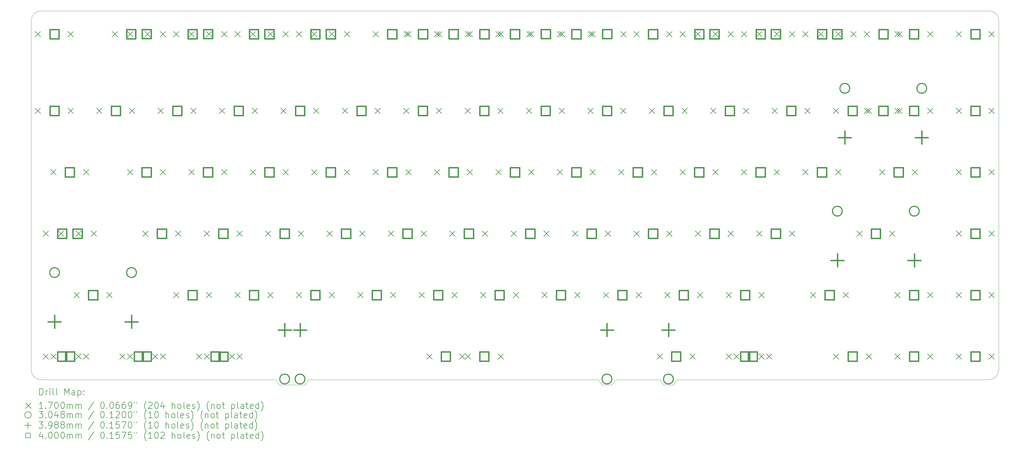
<source format=gbr>
%TF.GenerationSoftware,KiCad,Pcbnew,8.99.0-2641-g1a24c99a2a*%
%TF.CreationDate,2024-10-13T14:17:06+07:00*%
%TF.ProjectId,75\u0025,3735252e-6b69-4636-9164-5f7063625858,rev?*%
%TF.SameCoordinates,Original*%
%TF.FileFunction,Drillmap*%
%TF.FilePolarity,Positive*%
%FSLAX45Y45*%
G04 Gerber Fmt 4.5, Leading zero omitted, Abs format (unit mm)*
G04 Created by KiCad (PCBNEW 8.99.0-2641-g1a24c99a2a) date 2024-10-13 14:17:06*
%MOMM*%
%LPD*%
G01*
G04 APERTURE LIST*
%ADD10C,0.050000*%
%ADD11C,0.200000*%
%ADD12C,0.170000*%
%ADD13C,0.304800*%
%ADD14C,0.398780*%
%ADD15C,0.400000*%
G04 APERTURE END LIST*
D10*
X48471895Y10743355D02*
X48351895Y10903355D01*
X48781895Y10743355D02*
X48901895Y10903355D01*
X46871895Y10743355D02*
X46991895Y10903355D01*
X28851895Y22043355D02*
G75*
G02*
X29151895Y22343355I299995J5D01*
G01*
X46561895Y10743355D02*
X46871895Y10743355D01*
X37351895Y10743355D02*
X37471895Y10903355D01*
X58871895Y11203355D02*
G75*
G02*
X58571895Y10903355I-300005J5D01*
G01*
X58871895Y11203355D02*
X58871895Y22043355D01*
X46561895Y10743355D02*
X46441895Y10903355D01*
X46991895Y10903355D02*
X48351895Y10903355D01*
X29151895Y10903355D02*
X36431895Y10903355D01*
X36551895Y10743355D02*
X37351895Y10743355D01*
X58571895Y22343355D02*
X29151895Y22343355D01*
X36551895Y10743355D02*
X36431895Y10903355D01*
X29151895Y10903355D02*
G75*
G02*
X28851885Y11203355I-5J300005D01*
G01*
X37471895Y10903355D02*
X46441895Y10903355D01*
X48471895Y10743355D02*
X48781895Y10743355D01*
X48901895Y10903355D02*
X58571895Y10903355D01*
X28851895Y22043355D02*
X28851895Y11203355D01*
X58571895Y22343355D02*
G75*
G02*
X58871885Y22043355I-5J-299995D01*
G01*
D11*
D12*
X28978895Y21708355D02*
X29148895Y21538355D01*
X29148895Y21708355D02*
X28978895Y21538355D01*
X28978895Y19327105D02*
X29148895Y19157105D01*
X29148895Y19327105D02*
X28978895Y19157105D01*
X29216995Y15517105D02*
X29386995Y15347105D01*
X29386995Y15517105D02*
X29216995Y15347105D01*
X29216995Y11707105D02*
X29386995Y11537105D01*
X29386995Y11707105D02*
X29216995Y11537105D01*
X29455195Y17422105D02*
X29625195Y17252105D01*
X29625195Y17422105D02*
X29455195Y17252105D01*
X29459895Y11706355D02*
X29629895Y11536355D01*
X29629895Y11706355D02*
X29459895Y11536355D01*
X29693295Y15517105D02*
X29863295Y15347105D01*
X29863295Y15517105D02*
X29693295Y15347105D01*
X29994895Y21708355D02*
X30164895Y21538355D01*
X30164895Y21708355D02*
X29994895Y21538355D01*
X29994895Y19327105D02*
X30164895Y19157105D01*
X30164895Y19327105D02*
X29994895Y19157105D01*
X30176955Y13612105D02*
X30346955Y13442105D01*
X30346955Y13612105D02*
X30176955Y13442105D01*
X30232995Y15517105D02*
X30402995Y15347105D01*
X30402995Y15517105D02*
X30232995Y15347105D01*
X30232995Y11707105D02*
X30402995Y11537105D01*
X30402995Y11707105D02*
X30232995Y11537105D01*
X30471195Y17422105D02*
X30641195Y17252105D01*
X30641195Y17422105D02*
X30471195Y17252105D01*
X30475895Y11706355D02*
X30645895Y11536355D01*
X30645895Y11706355D02*
X30475895Y11536355D01*
X30709295Y15517105D02*
X30879295Y15347105D01*
X30879295Y15517105D02*
X30709295Y15347105D01*
X30883895Y19327105D02*
X31053895Y19157105D01*
X31053895Y19327105D02*
X30883895Y19157105D01*
X31192955Y13612105D02*
X31362955Y13442105D01*
X31362955Y13612105D02*
X31192955Y13442105D01*
X31360145Y21708355D02*
X31530145Y21538355D01*
X31530145Y21708355D02*
X31360145Y21538355D01*
X31598245Y11707105D02*
X31768245Y11537105D01*
X31768245Y11707105D02*
X31598245Y11537105D01*
X31836395Y17422105D02*
X32006395Y17252105D01*
X32006395Y17422105D02*
X31836395Y17252105D01*
X31839895Y11706855D02*
X32009895Y11536855D01*
X32009895Y11706855D02*
X31839895Y11536855D01*
X31840895Y21710355D02*
X32010895Y21540355D01*
X32010895Y21710355D02*
X31840895Y21540355D01*
X31899895Y19327105D02*
X32069895Y19157105D01*
X32069895Y19327105D02*
X31899895Y19157105D01*
X32312645Y15517105D02*
X32482645Y15347105D01*
X32482645Y15517105D02*
X32312645Y15347105D01*
X32376145Y21708355D02*
X32546145Y21538355D01*
X32546145Y21708355D02*
X32376145Y21538355D01*
X32614245Y11707105D02*
X32784245Y11537105D01*
X32784245Y11707105D02*
X32614245Y11537105D01*
X32788895Y19327105D02*
X32958895Y19157105D01*
X32958895Y19327105D02*
X32788895Y19157105D01*
X32852395Y17422105D02*
X33022395Y17252105D01*
X33022395Y17422105D02*
X32852395Y17252105D01*
X32855895Y11706855D02*
X33025895Y11536855D01*
X33025895Y11706855D02*
X32855895Y11536855D01*
X32856895Y21710355D02*
X33026895Y21540355D01*
X33026895Y21710355D02*
X32856895Y21540355D01*
X33265145Y21708355D02*
X33435145Y21538355D01*
X33435145Y21708355D02*
X33265145Y21538355D01*
X33265145Y13612105D02*
X33435145Y13442105D01*
X33435145Y13612105D02*
X33265145Y13442105D01*
X33328645Y15517105D02*
X33498645Y15347105D01*
X33498645Y15517105D02*
X33328645Y15347105D01*
X33741395Y17422105D02*
X33911395Y17252105D01*
X33911395Y17422105D02*
X33741395Y17252105D01*
X33743895Y21709355D02*
X33913895Y21539355D01*
X33913895Y21709355D02*
X33743895Y21539355D01*
X33804895Y19327105D02*
X33974895Y19157105D01*
X33974895Y19327105D02*
X33804895Y19157105D01*
X33979495Y11707105D02*
X34149495Y11537105D01*
X34149495Y11707105D02*
X33979495Y11537105D01*
X34217645Y15517105D02*
X34387645Y15347105D01*
X34387645Y15517105D02*
X34217645Y15347105D01*
X34218895Y11705355D02*
X34388895Y11535355D01*
X34388895Y11705355D02*
X34218895Y11535355D01*
X34281145Y21708355D02*
X34451145Y21538355D01*
X34451145Y21708355D02*
X34281145Y21538355D01*
X34281145Y13612105D02*
X34451145Y13442105D01*
X34451145Y13612105D02*
X34281145Y13442105D01*
X34693895Y19327105D02*
X34863895Y19157105D01*
X34863895Y19327105D02*
X34693895Y19157105D01*
X34757395Y17422105D02*
X34927395Y17252105D01*
X34927395Y17422105D02*
X34757395Y17252105D01*
X34759895Y21709355D02*
X34929895Y21539355D01*
X34929895Y21709355D02*
X34759895Y21539355D01*
X34995495Y11707105D02*
X35165495Y11537105D01*
X35165495Y11707105D02*
X34995495Y11537105D01*
X35170145Y21708355D02*
X35340145Y21538355D01*
X35340145Y21708355D02*
X35170145Y21538355D01*
X35170145Y13612105D02*
X35340145Y13442105D01*
X35340145Y13612105D02*
X35170145Y13442105D01*
X35233645Y15517105D02*
X35403645Y15347105D01*
X35403645Y15517105D02*
X35233645Y15347105D01*
X35234895Y11705355D02*
X35404895Y11535355D01*
X35404895Y11705355D02*
X35234895Y11535355D01*
X35646395Y17422105D02*
X35816395Y17252105D01*
X35816395Y17422105D02*
X35646395Y17252105D01*
X35647895Y21708355D02*
X35817895Y21538355D01*
X35817895Y21708355D02*
X35647895Y21538355D01*
X35709895Y19327105D02*
X35879895Y19157105D01*
X35879895Y19327105D02*
X35709895Y19157105D01*
X36122645Y15517105D02*
X36292645Y15347105D01*
X36292645Y15517105D02*
X36122645Y15347105D01*
X36186145Y21708355D02*
X36356145Y21538355D01*
X36356145Y21708355D02*
X36186145Y21538355D01*
X36186145Y13612105D02*
X36356145Y13442105D01*
X36356145Y13612105D02*
X36186145Y13442105D01*
X36598895Y19327105D02*
X36768895Y19157105D01*
X36768895Y19327105D02*
X36598895Y19157105D01*
X36662395Y17422105D02*
X36832395Y17252105D01*
X36832395Y17422105D02*
X36662395Y17252105D01*
X36663895Y21708355D02*
X36833895Y21538355D01*
X36833895Y21708355D02*
X36663895Y21538355D01*
X37075145Y21708355D02*
X37245145Y21538355D01*
X37245145Y21708355D02*
X37075145Y21538355D01*
X37075145Y13612105D02*
X37245145Y13442105D01*
X37245145Y13612105D02*
X37075145Y13442105D01*
X37138645Y15517105D02*
X37308645Y15347105D01*
X37308645Y15517105D02*
X37138645Y15347105D01*
X37551395Y17422105D02*
X37721395Y17252105D01*
X37721395Y17422105D02*
X37551395Y17252105D01*
X37552895Y21708355D02*
X37722895Y21538355D01*
X37722895Y21708355D02*
X37552895Y21538355D01*
X37614895Y19327105D02*
X37784895Y19157105D01*
X37784895Y19327105D02*
X37614895Y19157105D01*
X38027645Y15517105D02*
X38197645Y15347105D01*
X38197645Y15517105D02*
X38027645Y15347105D01*
X38091145Y21708355D02*
X38261145Y21538355D01*
X38261145Y21708355D02*
X38091145Y21538355D01*
X38091145Y13612105D02*
X38261145Y13442105D01*
X38261145Y13612105D02*
X38091145Y13442105D01*
X38503895Y19327105D02*
X38673895Y19157105D01*
X38673895Y19327105D02*
X38503895Y19157105D01*
X38567395Y17422105D02*
X38737395Y17252105D01*
X38737395Y17422105D02*
X38567395Y17252105D01*
X38568895Y21708355D02*
X38738895Y21538355D01*
X38738895Y21708355D02*
X38568895Y21538355D01*
X38980145Y13612105D02*
X39150145Y13442105D01*
X39150145Y13612105D02*
X38980145Y13442105D01*
X39043645Y15517105D02*
X39213645Y15347105D01*
X39213645Y15517105D02*
X39043645Y15347105D01*
X39456395Y21708355D02*
X39626395Y21538355D01*
X39626395Y21708355D02*
X39456395Y21538355D01*
X39456395Y17422105D02*
X39626395Y17252105D01*
X39626395Y17422105D02*
X39456395Y17252105D01*
X39519895Y19327105D02*
X39689895Y19157105D01*
X39689895Y19327105D02*
X39519895Y19157105D01*
X39932645Y15517105D02*
X40102645Y15347105D01*
X40102645Y15517105D02*
X39932645Y15347105D01*
X39996145Y13612105D02*
X40166145Y13442105D01*
X40166145Y13612105D02*
X39996145Y13442105D01*
X40408895Y19327105D02*
X40578895Y19157105D01*
X40578895Y19327105D02*
X40408895Y19157105D01*
X40412895Y21707355D02*
X40582895Y21537355D01*
X40582895Y21707355D02*
X40412895Y21537355D01*
X40472395Y21708355D02*
X40642395Y21538355D01*
X40642395Y21708355D02*
X40472395Y21538355D01*
X40472395Y17422105D02*
X40642395Y17252105D01*
X40642395Y17422105D02*
X40472395Y17252105D01*
X40885145Y13612105D02*
X41055145Y13442105D01*
X41055145Y13612105D02*
X40885145Y13442105D01*
X40948645Y15517105D02*
X41118645Y15347105D01*
X41118645Y15517105D02*
X40948645Y15347105D01*
X41123245Y11707105D02*
X41293245Y11537105D01*
X41293245Y11707105D02*
X41123245Y11537105D01*
X41361395Y21708355D02*
X41531395Y21538355D01*
X41531395Y21708355D02*
X41361395Y21538355D01*
X41361395Y17422105D02*
X41531395Y17252105D01*
X41531395Y17422105D02*
X41361395Y17252105D01*
X41424895Y19327105D02*
X41594895Y19157105D01*
X41594895Y19327105D02*
X41424895Y19157105D01*
X41428895Y21707355D02*
X41598895Y21537355D01*
X41598895Y21707355D02*
X41428895Y21537355D01*
X41837645Y15517105D02*
X42007645Y15347105D01*
X42007645Y15517105D02*
X41837645Y15347105D01*
X41901145Y13612105D02*
X42071145Y13442105D01*
X42071145Y13612105D02*
X41901145Y13442105D01*
X42139245Y11707105D02*
X42309245Y11537105D01*
X42309245Y11707105D02*
X42139245Y11537105D01*
X42313895Y19327105D02*
X42483895Y19157105D01*
X42483895Y19327105D02*
X42313895Y19157105D01*
X42314895Y11706855D02*
X42484895Y11536855D01*
X42484895Y11706855D02*
X42314895Y11536855D01*
X42318895Y21708355D02*
X42488895Y21538355D01*
X42488895Y21708355D02*
X42318895Y21538355D01*
X42377395Y21708355D02*
X42547395Y21538355D01*
X42547395Y21708355D02*
X42377395Y21538355D01*
X42377395Y17422105D02*
X42547395Y17252105D01*
X42547395Y17422105D02*
X42377395Y17252105D01*
X42790145Y13612105D02*
X42960145Y13442105D01*
X42960145Y13612105D02*
X42790145Y13442105D01*
X42853645Y15517105D02*
X43023645Y15347105D01*
X43023645Y15517105D02*
X42853645Y15347105D01*
X43266395Y21708355D02*
X43436395Y21538355D01*
X43436395Y21708355D02*
X43266395Y21538355D01*
X43266395Y17422105D02*
X43436395Y17252105D01*
X43436395Y17422105D02*
X43266395Y17252105D01*
X43329895Y19327105D02*
X43499895Y19157105D01*
X43499895Y19327105D02*
X43329895Y19157105D01*
X43330895Y11706855D02*
X43500895Y11536855D01*
X43500895Y11706855D02*
X43330895Y11536855D01*
X43334895Y21708355D02*
X43504895Y21538355D01*
X43504895Y21708355D02*
X43334895Y21538355D01*
X43742645Y15517105D02*
X43912645Y15347105D01*
X43912645Y15517105D02*
X43742645Y15347105D01*
X43806145Y13612105D02*
X43976145Y13442105D01*
X43976145Y13612105D02*
X43806145Y13442105D01*
X44218895Y19327105D02*
X44388895Y19157105D01*
X44388895Y19327105D02*
X44218895Y19157105D01*
X44222895Y21709355D02*
X44392895Y21539355D01*
X44392895Y21709355D02*
X44222895Y21539355D01*
X44282395Y21708355D02*
X44452395Y21538355D01*
X44452395Y21708355D02*
X44282395Y21538355D01*
X44282395Y17422105D02*
X44452395Y17252105D01*
X44452395Y17422105D02*
X44282395Y17252105D01*
X44695145Y13612105D02*
X44865145Y13442105D01*
X44865145Y13612105D02*
X44695145Y13442105D01*
X44758645Y15517105D02*
X44928645Y15347105D01*
X44928645Y15517105D02*
X44758645Y15347105D01*
X45171395Y21708355D02*
X45341395Y21538355D01*
X45341395Y21708355D02*
X45171395Y21538355D01*
X45171395Y17422105D02*
X45341395Y17252105D01*
X45341395Y17422105D02*
X45171395Y17252105D01*
X45234895Y19327105D02*
X45404895Y19157105D01*
X45404895Y19327105D02*
X45234895Y19157105D01*
X45238895Y21709355D02*
X45408895Y21539355D01*
X45408895Y21709355D02*
X45238895Y21539355D01*
X45647645Y15517105D02*
X45817645Y15347105D01*
X45817645Y15517105D02*
X45647645Y15347105D01*
X45711145Y13612105D02*
X45881145Y13442105D01*
X45881145Y13612105D02*
X45711145Y13442105D01*
X46123895Y19327105D02*
X46293895Y19157105D01*
X46293895Y19327105D02*
X46123895Y19157105D01*
X46128895Y21709355D02*
X46298895Y21539355D01*
X46298895Y21709355D02*
X46128895Y21539355D01*
X46187395Y21708355D02*
X46357395Y21538355D01*
X46357395Y21708355D02*
X46187395Y21538355D01*
X46187395Y17422105D02*
X46357395Y17252105D01*
X46357395Y17422105D02*
X46187395Y17252105D01*
X46600145Y13612105D02*
X46770145Y13442105D01*
X46770145Y13612105D02*
X46600145Y13442105D01*
X46663645Y15517105D02*
X46833645Y15347105D01*
X46833645Y15517105D02*
X46663645Y15347105D01*
X47076395Y17422105D02*
X47246395Y17252105D01*
X47246395Y17422105D02*
X47076395Y17252105D01*
X47139895Y19327105D02*
X47309895Y19157105D01*
X47309895Y19327105D02*
X47139895Y19157105D01*
X47144895Y21709355D02*
X47314895Y21539355D01*
X47314895Y21709355D02*
X47144895Y21539355D01*
X47552645Y21708355D02*
X47722645Y21538355D01*
X47722645Y21708355D02*
X47552645Y21538355D01*
X47552645Y15517105D02*
X47722645Y15347105D01*
X47722645Y15517105D02*
X47552645Y15347105D01*
X47616145Y13612105D02*
X47786145Y13442105D01*
X47786145Y13612105D02*
X47616145Y13442105D01*
X48028895Y19327105D02*
X48198895Y19157105D01*
X48198895Y19327105D02*
X48028895Y19157105D01*
X48092395Y17422105D02*
X48262395Y17252105D01*
X48262395Y17422105D02*
X48092395Y17252105D01*
X48266995Y11707105D02*
X48436995Y11537105D01*
X48436995Y11707105D02*
X48266995Y11537105D01*
X48505145Y13612105D02*
X48675145Y13442105D01*
X48675145Y13612105D02*
X48505145Y13442105D01*
X48568645Y21708355D02*
X48738645Y21538355D01*
X48738645Y21708355D02*
X48568645Y21538355D01*
X48568645Y15517105D02*
X48738645Y15347105D01*
X48738645Y15517105D02*
X48568645Y15347105D01*
X48981395Y17422105D02*
X49151395Y17252105D01*
X49151395Y17422105D02*
X48981395Y17252105D01*
X48984895Y21708355D02*
X49154895Y21538355D01*
X49154895Y21708355D02*
X48984895Y21538355D01*
X49044895Y19327105D02*
X49214895Y19157105D01*
X49214895Y19327105D02*
X49044895Y19157105D01*
X49282995Y11707105D02*
X49452995Y11537105D01*
X49452995Y11707105D02*
X49282995Y11537105D01*
X49457645Y21708355D02*
X49627645Y21538355D01*
X49627645Y21708355D02*
X49457645Y21538355D01*
X49457645Y15517105D02*
X49627645Y15347105D01*
X49627645Y15517105D02*
X49457645Y15347105D01*
X49521145Y13612105D02*
X49691145Y13442105D01*
X49691145Y13612105D02*
X49521145Y13442105D01*
X49933895Y19327105D02*
X50103895Y19157105D01*
X50103895Y19327105D02*
X49933895Y19157105D01*
X49997395Y17422105D02*
X50167395Y17252105D01*
X50167395Y17422105D02*
X49997395Y17252105D01*
X50000895Y21708355D02*
X50170895Y21538355D01*
X50170895Y21708355D02*
X50000895Y21538355D01*
X50410145Y13612105D02*
X50580145Y13442105D01*
X50580145Y13612105D02*
X50410145Y13442105D01*
X50410895Y11706355D02*
X50580895Y11536355D01*
X50580895Y11706355D02*
X50410895Y11536355D01*
X50473645Y21708355D02*
X50643645Y21538355D01*
X50643645Y21708355D02*
X50473645Y21538355D01*
X50473645Y15517105D02*
X50643645Y15347105D01*
X50643645Y15517105D02*
X50473645Y15347105D01*
X50648245Y11707105D02*
X50818245Y11537105D01*
X50818245Y11707105D02*
X50648245Y11537105D01*
X50886395Y17422105D02*
X51056395Y17252105D01*
X51056395Y17422105D02*
X50886395Y17252105D01*
X50888895Y21707355D02*
X51058895Y21537355D01*
X51058895Y21707355D02*
X50888895Y21537355D01*
X50949895Y19327105D02*
X51119895Y19157105D01*
X51119895Y19327105D02*
X50949895Y19157105D01*
X51362645Y21708355D02*
X51532645Y21538355D01*
X51532645Y21708355D02*
X51362645Y21538355D01*
X51362645Y15517105D02*
X51532645Y15347105D01*
X51532645Y15517105D02*
X51362645Y15347105D01*
X51426145Y13612105D02*
X51596145Y13442105D01*
X51596145Y13612105D02*
X51426145Y13442105D01*
X51426895Y11706355D02*
X51596895Y11536355D01*
X51596895Y11706355D02*
X51426895Y11536355D01*
X51664245Y11707105D02*
X51834245Y11537105D01*
X51834245Y11707105D02*
X51664245Y11537105D01*
X51838895Y19327105D02*
X52008895Y19157105D01*
X52008895Y19327105D02*
X51838895Y19157105D01*
X51902395Y17422105D02*
X52072395Y17252105D01*
X52072395Y17422105D02*
X51902395Y17252105D01*
X51904895Y21707355D02*
X52074895Y21537355D01*
X52074895Y21707355D02*
X51904895Y21537355D01*
X52378645Y21708355D02*
X52548645Y21538355D01*
X52548645Y21708355D02*
X52378645Y21538355D01*
X52378645Y15517105D02*
X52548645Y15347105D01*
X52548645Y15517105D02*
X52378645Y15347105D01*
X52791395Y17422105D02*
X52961395Y17252105D01*
X52961395Y17422105D02*
X52791395Y17252105D01*
X52793895Y21708355D02*
X52963895Y21538355D01*
X52963895Y21708355D02*
X52793895Y21538355D01*
X52854895Y19327105D02*
X53024895Y19157105D01*
X53024895Y19327105D02*
X52854895Y19157105D01*
X53029545Y13612105D02*
X53199545Y13442105D01*
X53199545Y13612105D02*
X53029545Y13442105D01*
X53267645Y21708355D02*
X53437645Y21538355D01*
X53437645Y21708355D02*
X53267645Y21538355D01*
X53743895Y19327105D02*
X53913895Y19157105D01*
X53913895Y19327105D02*
X53743895Y19157105D01*
X53743895Y11707105D02*
X53913895Y11537105D01*
X53913895Y11707105D02*
X53743895Y11537105D01*
X53807395Y17422105D02*
X53977395Y17252105D01*
X53977395Y17422105D02*
X53807395Y17252105D01*
X53809895Y21708355D02*
X53979895Y21538355D01*
X53979895Y21708355D02*
X53809895Y21538355D01*
X54045545Y13612105D02*
X54215545Y13442105D01*
X54215545Y13612105D02*
X54045545Y13442105D01*
X54283645Y21708355D02*
X54453645Y21538355D01*
X54453645Y21708355D02*
X54283645Y21538355D01*
X54465705Y15517105D02*
X54635705Y15347105D01*
X54635705Y15517105D02*
X54465705Y15347105D01*
X54696395Y19327105D02*
X54866395Y19157105D01*
X54866395Y19327105D02*
X54696395Y19157105D01*
X54698895Y21708355D02*
X54868895Y21538355D01*
X54868895Y21708355D02*
X54698895Y21538355D01*
X54759895Y19327105D02*
X54929895Y19157105D01*
X54929895Y19327105D02*
X54759895Y19157105D01*
X54759895Y11707105D02*
X54929895Y11537105D01*
X54929895Y11707105D02*
X54759895Y11537105D01*
X55172695Y17422105D02*
X55342695Y17252105D01*
X55342695Y17422105D02*
X55172695Y17252105D01*
X55481705Y15517105D02*
X55651705Y15347105D01*
X55651705Y15517105D02*
X55481705Y15347105D01*
X55648895Y21708355D02*
X55818895Y21538355D01*
X55818895Y21708355D02*
X55648895Y21538355D01*
X55648895Y19327105D02*
X55818895Y19157105D01*
X55818895Y19327105D02*
X55648895Y19157105D01*
X55648895Y13612105D02*
X55818895Y13442105D01*
X55818895Y13612105D02*
X55648895Y13442105D01*
X55648895Y11707105D02*
X55818895Y11537105D01*
X55818895Y11707105D02*
X55648895Y11537105D01*
X55712395Y19327105D02*
X55882395Y19157105D01*
X55882395Y19327105D02*
X55712395Y19157105D01*
X55714895Y21708355D02*
X55884895Y21538355D01*
X55884895Y21708355D02*
X55714895Y21538355D01*
X56188695Y17422105D02*
X56358695Y17252105D01*
X56358695Y17422105D02*
X56188695Y17252105D01*
X56664895Y21708355D02*
X56834895Y21538355D01*
X56834895Y21708355D02*
X56664895Y21538355D01*
X56664895Y19327105D02*
X56834895Y19157105D01*
X56834895Y19327105D02*
X56664895Y19157105D01*
X56664895Y13612105D02*
X56834895Y13442105D01*
X56834895Y13612105D02*
X56664895Y13442105D01*
X56664895Y11707105D02*
X56834895Y11537105D01*
X56834895Y11707105D02*
X56664895Y11537105D01*
X57553895Y21708355D02*
X57723895Y21538355D01*
X57723895Y21708355D02*
X57553895Y21538355D01*
X57553895Y19327105D02*
X57723895Y19157105D01*
X57723895Y19327105D02*
X57553895Y19157105D01*
X57553895Y17422105D02*
X57723895Y17252105D01*
X57723895Y17422105D02*
X57553895Y17252105D01*
X57553895Y15517105D02*
X57723895Y15347105D01*
X57723895Y15517105D02*
X57553895Y15347105D01*
X57553895Y13612105D02*
X57723895Y13442105D01*
X57723895Y13612105D02*
X57553895Y13442105D01*
X57553895Y11707105D02*
X57723895Y11537105D01*
X57723895Y11707105D02*
X57553895Y11537105D01*
X58569895Y21708355D02*
X58739895Y21538355D01*
X58739895Y21708355D02*
X58569895Y21538355D01*
X58569895Y19327105D02*
X58739895Y19157105D01*
X58739895Y19327105D02*
X58569895Y19157105D01*
X58569895Y17422105D02*
X58739895Y17252105D01*
X58739895Y17422105D02*
X58569895Y17252105D01*
X58569895Y15517105D02*
X58739895Y15347105D01*
X58739895Y15517105D02*
X58569895Y15347105D01*
X58569895Y13612105D02*
X58739895Y13442105D01*
X58739895Y13612105D02*
X58569895Y13442105D01*
X58569895Y11707105D02*
X58739895Y11537105D01*
X58739895Y11707105D02*
X58569895Y11537105D01*
D13*
X29728555Y14225605D02*
G75*
G02*
X29423755Y14225605I-152400J0D01*
G01*
X29423755Y14225605D02*
G75*
G02*
X29728555Y14225605I152400J0D01*
G01*
X32116155Y14225605D02*
G75*
G02*
X31811355Y14225605I-152400J0D01*
G01*
X31811355Y14225605D02*
G75*
G02*
X32116155Y14225605I152400J0D01*
G01*
X36868655Y10923605D02*
G75*
G02*
X36563855Y10923605I-152400J0D01*
G01*
X36563855Y10923605D02*
G75*
G02*
X36868655Y10923605I152400J0D01*
G01*
X37345295Y10923355D02*
G75*
G02*
X37040495Y10923355I-152400J0D01*
G01*
X37040495Y10923355D02*
G75*
G02*
X37345295Y10923355I152400J0D01*
G01*
X46868635Y10923605D02*
G75*
G02*
X46563835Y10923605I-152400J0D01*
G01*
X46563835Y10923605D02*
G75*
G02*
X46868635Y10923605I152400J0D01*
G01*
X48775295Y10923355D02*
G75*
G02*
X48470495Y10923355I-152400J0D01*
G01*
X48470495Y10923355D02*
G75*
G02*
X48775295Y10923355I152400J0D01*
G01*
X54017305Y16130605D02*
G75*
G02*
X53712505Y16130605I-152400J0D01*
G01*
X53712505Y16130605D02*
G75*
G02*
X54017305Y16130605I152400J0D01*
G01*
X54247995Y19940605D02*
G75*
G02*
X53943195Y19940605I-152400J0D01*
G01*
X53943195Y19940605D02*
G75*
G02*
X54247995Y19940605I152400J0D01*
G01*
X56404905Y16130605D02*
G75*
G02*
X56100105Y16130605I-152400J0D01*
G01*
X56100105Y16130605D02*
G75*
G02*
X56404905Y16130605I152400J0D01*
G01*
X56635595Y19940605D02*
G75*
G02*
X56330795Y19940605I-152400J0D01*
G01*
X56330795Y19940605D02*
G75*
G02*
X56635595Y19940605I152400J0D01*
G01*
D14*
X29576155Y12900995D02*
X29576155Y12502215D01*
X29376765Y12701605D02*
X29775545Y12701605D01*
X31963755Y12900995D02*
X31963755Y12502215D01*
X31764365Y12701605D02*
X32163145Y12701605D01*
X36716255Y12646995D02*
X36716255Y12248215D01*
X36516865Y12447605D02*
X36915645Y12447605D01*
X37192895Y12646745D02*
X37192895Y12247965D01*
X36993505Y12447355D02*
X37392285Y12447355D01*
X46716235Y12646995D02*
X46716235Y12248215D01*
X46516845Y12447605D02*
X46915625Y12447605D01*
X48622895Y12646745D02*
X48622895Y12247965D01*
X48423505Y12447355D02*
X48822285Y12447355D01*
X53864905Y14805995D02*
X53864905Y14407215D01*
X53665515Y14606605D02*
X54064295Y14606605D01*
X54095595Y18615995D02*
X54095595Y18217215D01*
X53896205Y18416605D02*
X54294985Y18416605D01*
X56252505Y14805995D02*
X56252505Y14407215D01*
X56053115Y14606605D02*
X56451895Y14606605D01*
X56483195Y18615995D02*
X56483195Y18217215D01*
X56283805Y18416605D02*
X56682585Y18416605D01*
D15*
X29713317Y21481933D02*
X29713317Y21764778D01*
X29430472Y21764778D01*
X29430472Y21481933D01*
X29713317Y21481933D01*
X29713317Y19100683D02*
X29713317Y19383528D01*
X29430472Y19383528D01*
X29430472Y19100683D01*
X29713317Y19100683D01*
X29951417Y15290683D02*
X29951417Y15573528D01*
X29668572Y15573528D01*
X29668572Y15290683D01*
X29951417Y15290683D01*
X29951417Y11480683D02*
X29951417Y11763528D01*
X29668572Y11763528D01*
X29668572Y11480683D01*
X29951417Y11480683D01*
X30189617Y17195683D02*
X30189617Y17478528D01*
X29906772Y17478528D01*
X29906772Y17195683D01*
X30189617Y17195683D01*
X30194317Y11479933D02*
X30194317Y11762778D01*
X29911472Y11762778D01*
X29911472Y11479933D01*
X30194317Y11479933D01*
X30427717Y15290683D02*
X30427717Y15573528D01*
X30144872Y15573528D01*
X30144872Y15290683D01*
X30427717Y15290683D01*
X30911377Y13385683D02*
X30911377Y13668528D01*
X30628532Y13668528D01*
X30628532Y13385683D01*
X30911377Y13385683D01*
X31618317Y19100683D02*
X31618317Y19383528D01*
X31335472Y19383528D01*
X31335472Y19100683D01*
X31618317Y19100683D01*
X32094567Y21481933D02*
X32094567Y21764778D01*
X31811722Y21764778D01*
X31811722Y21481933D01*
X32094567Y21481933D01*
X32332667Y11480683D02*
X32332667Y11763528D01*
X32049822Y11763528D01*
X32049822Y11480683D01*
X32332667Y11480683D01*
X32570817Y17195683D02*
X32570817Y17478528D01*
X32287972Y17478528D01*
X32287972Y17195683D01*
X32570817Y17195683D01*
X32574317Y11480433D02*
X32574317Y11763278D01*
X32291472Y11763278D01*
X32291472Y11480433D01*
X32574317Y11480433D01*
X32575317Y21483933D02*
X32575317Y21766778D01*
X32292472Y21766778D01*
X32292472Y21483933D01*
X32575317Y21483933D01*
X33047067Y15290683D02*
X33047067Y15573528D01*
X32764222Y15573528D01*
X32764222Y15290683D01*
X33047067Y15290683D01*
X33523317Y19100683D02*
X33523317Y19383528D01*
X33240472Y19383528D01*
X33240472Y19100683D01*
X33523317Y19100683D01*
X33999567Y21481933D02*
X33999567Y21764778D01*
X33716722Y21764778D01*
X33716722Y21481933D01*
X33999567Y21481933D01*
X33999567Y13385683D02*
X33999567Y13668528D01*
X33716722Y13668528D01*
X33716722Y13385683D01*
X33999567Y13385683D01*
X34475817Y17195683D02*
X34475817Y17478528D01*
X34192972Y17478528D01*
X34192972Y17195683D01*
X34475817Y17195683D01*
X34478317Y21482933D02*
X34478317Y21765778D01*
X34195472Y21765778D01*
X34195472Y21482933D01*
X34478317Y21482933D01*
X34713917Y11480683D02*
X34713917Y11763528D01*
X34431072Y11763528D01*
X34431072Y11480683D01*
X34713917Y11480683D01*
X34952067Y15290683D02*
X34952067Y15573528D01*
X34669222Y15573528D01*
X34669222Y15290683D01*
X34952067Y15290683D01*
X34953317Y11478933D02*
X34953317Y11761778D01*
X34670472Y11761778D01*
X34670472Y11478933D01*
X34953317Y11478933D01*
X35428317Y19100683D02*
X35428317Y19383528D01*
X35145472Y19383528D01*
X35145472Y19100683D01*
X35428317Y19100683D01*
X35904567Y21481933D02*
X35904567Y21764778D01*
X35621722Y21764778D01*
X35621722Y21481933D01*
X35904567Y21481933D01*
X35904567Y13385683D02*
X35904567Y13668528D01*
X35621722Y13668528D01*
X35621722Y13385683D01*
X35904567Y13385683D01*
X36380817Y17195683D02*
X36380817Y17478528D01*
X36097972Y17478528D01*
X36097972Y17195683D01*
X36380817Y17195683D01*
X36382317Y21481933D02*
X36382317Y21764778D01*
X36099472Y21764778D01*
X36099472Y21481933D01*
X36382317Y21481933D01*
X36857067Y15290683D02*
X36857067Y15573528D01*
X36574222Y15573528D01*
X36574222Y15290683D01*
X36857067Y15290683D01*
X37333317Y19100683D02*
X37333317Y19383528D01*
X37050472Y19383528D01*
X37050472Y19100683D01*
X37333317Y19100683D01*
X37809567Y21481933D02*
X37809567Y21764778D01*
X37526722Y21764778D01*
X37526722Y21481933D01*
X37809567Y21481933D01*
X37809567Y13385683D02*
X37809567Y13668528D01*
X37526722Y13668528D01*
X37526722Y13385683D01*
X37809567Y13385683D01*
X38285817Y17195683D02*
X38285817Y17478528D01*
X38002972Y17478528D01*
X38002972Y17195683D01*
X38285817Y17195683D01*
X38287317Y21481933D02*
X38287317Y21764778D01*
X38004472Y21764778D01*
X38004472Y21481933D01*
X38287317Y21481933D01*
X38762067Y15290683D02*
X38762067Y15573528D01*
X38479222Y15573528D01*
X38479222Y15290683D01*
X38762067Y15290683D01*
X39238317Y19100683D02*
X39238317Y19383528D01*
X38955472Y19383528D01*
X38955472Y19100683D01*
X39238317Y19100683D01*
X39714567Y13385683D02*
X39714567Y13668528D01*
X39431722Y13668528D01*
X39431722Y13385683D01*
X39714567Y13385683D01*
X40190817Y21481933D02*
X40190817Y21764778D01*
X39907972Y21764778D01*
X39907972Y21481933D01*
X40190817Y21481933D01*
X40190817Y17195683D02*
X40190817Y17478528D01*
X39907972Y17478528D01*
X39907972Y17195683D01*
X40190817Y17195683D01*
X40667067Y15290683D02*
X40667067Y15573528D01*
X40384222Y15573528D01*
X40384222Y15290683D01*
X40667067Y15290683D01*
X41143317Y19100683D02*
X41143317Y19383528D01*
X40860472Y19383528D01*
X40860472Y19100683D01*
X41143317Y19100683D01*
X41147317Y21480933D02*
X41147317Y21763778D01*
X40864472Y21763778D01*
X40864472Y21480933D01*
X41147317Y21480933D01*
X41619567Y13385683D02*
X41619567Y13668528D01*
X41336722Y13668528D01*
X41336722Y13385683D01*
X41619567Y13385683D01*
X41857667Y11480683D02*
X41857667Y11763528D01*
X41574822Y11763528D01*
X41574822Y11480683D01*
X41857667Y11480683D01*
X42095817Y21481933D02*
X42095817Y21764778D01*
X41812972Y21764778D01*
X41812972Y21481933D01*
X42095817Y21481933D01*
X42095817Y17195683D02*
X42095817Y17478528D01*
X41812972Y17478528D01*
X41812972Y17195683D01*
X42095817Y17195683D01*
X42572067Y15290683D02*
X42572067Y15573528D01*
X42289222Y15573528D01*
X42289222Y15290683D01*
X42572067Y15290683D01*
X43048317Y19100683D02*
X43048317Y19383528D01*
X42765472Y19383528D01*
X42765472Y19100683D01*
X43048317Y19100683D01*
X43049317Y11480433D02*
X43049317Y11763278D01*
X42766472Y11763278D01*
X42766472Y11480433D01*
X43049317Y11480433D01*
X43053317Y21481933D02*
X43053317Y21764778D01*
X42770472Y21764778D01*
X42770472Y21481933D01*
X43053317Y21481933D01*
X43524567Y13385683D02*
X43524567Y13668528D01*
X43241722Y13668528D01*
X43241722Y13385683D01*
X43524567Y13385683D01*
X44000817Y21481933D02*
X44000817Y21764778D01*
X43717972Y21764778D01*
X43717972Y21481933D01*
X44000817Y21481933D01*
X44000817Y17195683D02*
X44000817Y17478528D01*
X43717972Y17478528D01*
X43717972Y17195683D01*
X44000817Y17195683D01*
X44477067Y15290683D02*
X44477067Y15573528D01*
X44194222Y15573528D01*
X44194222Y15290683D01*
X44477067Y15290683D01*
X44953317Y19100683D02*
X44953317Y19383528D01*
X44670472Y19383528D01*
X44670472Y19100683D01*
X44953317Y19100683D01*
X44957317Y21482933D02*
X44957317Y21765778D01*
X44674472Y21765778D01*
X44674472Y21482933D01*
X44957317Y21482933D01*
X45429567Y13385683D02*
X45429567Y13668528D01*
X45146722Y13668528D01*
X45146722Y13385683D01*
X45429567Y13385683D01*
X45905817Y21481933D02*
X45905817Y21764778D01*
X45622972Y21764778D01*
X45622972Y21481933D01*
X45905817Y21481933D01*
X45905817Y17195683D02*
X45905817Y17478528D01*
X45622972Y17478528D01*
X45622972Y17195683D01*
X45905817Y17195683D01*
X46382067Y15290683D02*
X46382067Y15573528D01*
X46099222Y15573528D01*
X46099222Y15290683D01*
X46382067Y15290683D01*
X46858317Y19100683D02*
X46858317Y19383528D01*
X46575472Y19383528D01*
X46575472Y19100683D01*
X46858317Y19100683D01*
X46863317Y21482933D02*
X46863317Y21765778D01*
X46580472Y21765778D01*
X46580472Y21482933D01*
X46863317Y21482933D01*
X47334567Y13385683D02*
X47334567Y13668528D01*
X47051722Y13668528D01*
X47051722Y13385683D01*
X47334567Y13385683D01*
X47810817Y17195683D02*
X47810817Y17478528D01*
X47527972Y17478528D01*
X47527972Y17195683D01*
X47810817Y17195683D01*
X48287067Y21481933D02*
X48287067Y21764778D01*
X48004222Y21764778D01*
X48004222Y21481933D01*
X48287067Y21481933D01*
X48287067Y15290683D02*
X48287067Y15573528D01*
X48004222Y15573528D01*
X48004222Y15290683D01*
X48287067Y15290683D01*
X48763317Y19100683D02*
X48763317Y19383528D01*
X48480472Y19383528D01*
X48480472Y19100683D01*
X48763317Y19100683D01*
X49001417Y11480683D02*
X49001417Y11763528D01*
X48718572Y11763528D01*
X48718572Y11480683D01*
X49001417Y11480683D01*
X49239567Y13385683D02*
X49239567Y13668528D01*
X48956722Y13668528D01*
X48956722Y13385683D01*
X49239567Y13385683D01*
X49715817Y17195683D02*
X49715817Y17478528D01*
X49432972Y17478528D01*
X49432972Y17195683D01*
X49715817Y17195683D01*
X49719317Y21481933D02*
X49719317Y21764778D01*
X49436472Y21764778D01*
X49436472Y21481933D01*
X49719317Y21481933D01*
X50192067Y21481933D02*
X50192067Y21764778D01*
X49909222Y21764778D01*
X49909222Y21481933D01*
X50192067Y21481933D01*
X50192067Y15290683D02*
X50192067Y15573528D01*
X49909222Y15573528D01*
X49909222Y15290683D01*
X50192067Y15290683D01*
X50668317Y19100683D02*
X50668317Y19383528D01*
X50385472Y19383528D01*
X50385472Y19100683D01*
X50668317Y19100683D01*
X51144567Y13385683D02*
X51144567Y13668528D01*
X50861722Y13668528D01*
X50861722Y13385683D01*
X51144567Y13385683D01*
X51145317Y11479933D02*
X51145317Y11762778D01*
X50862472Y11762778D01*
X50862472Y11479933D01*
X51145317Y11479933D01*
X51382667Y11480683D02*
X51382667Y11763528D01*
X51099822Y11763528D01*
X51099822Y11480683D01*
X51382667Y11480683D01*
X51620817Y17195683D02*
X51620817Y17478528D01*
X51337972Y17478528D01*
X51337972Y17195683D01*
X51620817Y17195683D01*
X51623317Y21480933D02*
X51623317Y21763778D01*
X51340472Y21763778D01*
X51340472Y21480933D01*
X51623317Y21480933D01*
X52097067Y21481933D02*
X52097067Y21764778D01*
X51814222Y21764778D01*
X51814222Y21481933D01*
X52097067Y21481933D01*
X52097067Y15290683D02*
X52097067Y15573528D01*
X51814222Y15573528D01*
X51814222Y15290683D01*
X52097067Y15290683D01*
X52573317Y19100683D02*
X52573317Y19383528D01*
X52290472Y19383528D01*
X52290472Y19100683D01*
X52573317Y19100683D01*
X53525817Y17195683D02*
X53525817Y17478528D01*
X53242972Y17478528D01*
X53242972Y17195683D01*
X53525817Y17195683D01*
X53528317Y21481933D02*
X53528317Y21764778D01*
X53245472Y21764778D01*
X53245472Y21481933D01*
X53528317Y21481933D01*
X53763967Y13385683D02*
X53763967Y13668528D01*
X53481122Y13668528D01*
X53481122Y13385683D01*
X53763967Y13385683D01*
X54002067Y21481933D02*
X54002067Y21764778D01*
X53719222Y21764778D01*
X53719222Y21481933D01*
X54002067Y21481933D01*
X54478317Y19100683D02*
X54478317Y19383528D01*
X54195472Y19383528D01*
X54195472Y19100683D01*
X54478317Y19100683D01*
X54478317Y11480683D02*
X54478317Y11763528D01*
X54195472Y11763528D01*
X54195472Y11480683D01*
X54478317Y11480683D01*
X55200127Y15290683D02*
X55200127Y15573528D01*
X54917282Y15573528D01*
X54917282Y15290683D01*
X55200127Y15290683D01*
X55430817Y19100683D02*
X55430817Y19383528D01*
X55147972Y19383528D01*
X55147972Y19100683D01*
X55430817Y19100683D01*
X55433317Y21481933D02*
X55433317Y21764778D01*
X55150472Y21764778D01*
X55150472Y21481933D01*
X55433317Y21481933D01*
X55907117Y17195683D02*
X55907117Y17478528D01*
X55624272Y17478528D01*
X55624272Y17195683D01*
X55907117Y17195683D01*
X56383317Y21481933D02*
X56383317Y21764778D01*
X56100472Y21764778D01*
X56100472Y21481933D01*
X56383317Y21481933D01*
X56383317Y19100683D02*
X56383317Y19383528D01*
X56100472Y19383528D01*
X56100472Y19100683D01*
X56383317Y19100683D01*
X56383317Y13385683D02*
X56383317Y13668528D01*
X56100472Y13668528D01*
X56100472Y13385683D01*
X56383317Y13385683D01*
X56383317Y11480683D02*
X56383317Y11763528D01*
X56100472Y11763528D01*
X56100472Y11480683D01*
X56383317Y11480683D01*
X58288317Y21481933D02*
X58288317Y21764778D01*
X58005472Y21764778D01*
X58005472Y21481933D01*
X58288317Y21481933D01*
X58288317Y19100683D02*
X58288317Y19383528D01*
X58005472Y19383528D01*
X58005472Y19100683D01*
X58288317Y19100683D01*
X58288317Y17195683D02*
X58288317Y17478528D01*
X58005472Y17478528D01*
X58005472Y17195683D01*
X58288317Y17195683D01*
X58288317Y15290683D02*
X58288317Y15573528D01*
X58005472Y15573528D01*
X58005472Y15290683D01*
X58288317Y15290683D01*
X58288317Y13385683D02*
X58288317Y13668528D01*
X58005472Y13668528D01*
X58005472Y13385683D01*
X58288317Y13385683D01*
X58288317Y11480683D02*
X58288317Y11763528D01*
X58005472Y11763528D01*
X58005472Y11480683D01*
X58288317Y11480683D01*
D11*
X29110171Y10429371D02*
X29110171Y10629371D01*
X29110171Y10629371D02*
X29157790Y10629371D01*
X29157790Y10629371D02*
X29186362Y10619848D01*
X29186362Y10619848D02*
X29205410Y10600800D01*
X29205410Y10600800D02*
X29214933Y10581752D01*
X29214933Y10581752D02*
X29224457Y10543657D01*
X29224457Y10543657D02*
X29224457Y10515086D01*
X29224457Y10515086D02*
X29214933Y10476991D01*
X29214933Y10476991D02*
X29205410Y10457943D01*
X29205410Y10457943D02*
X29186362Y10438895D01*
X29186362Y10438895D02*
X29157790Y10429371D01*
X29157790Y10429371D02*
X29110171Y10429371D01*
X29310171Y10429371D02*
X29310171Y10562705D01*
X29310171Y10524610D02*
X29319695Y10543657D01*
X29319695Y10543657D02*
X29329219Y10553181D01*
X29329219Y10553181D02*
X29348267Y10562705D01*
X29348267Y10562705D02*
X29367314Y10562705D01*
X29433981Y10429371D02*
X29433981Y10562705D01*
X29433981Y10629371D02*
X29424457Y10619848D01*
X29424457Y10619848D02*
X29433981Y10610324D01*
X29433981Y10610324D02*
X29443505Y10619848D01*
X29443505Y10619848D02*
X29433981Y10629371D01*
X29433981Y10629371D02*
X29433981Y10610324D01*
X29557790Y10429371D02*
X29538743Y10438895D01*
X29538743Y10438895D02*
X29529219Y10457943D01*
X29529219Y10457943D02*
X29529219Y10629371D01*
X29662552Y10429371D02*
X29643505Y10438895D01*
X29643505Y10438895D02*
X29633981Y10457943D01*
X29633981Y10457943D02*
X29633981Y10629371D01*
X29891124Y10429371D02*
X29891124Y10629371D01*
X29891124Y10629371D02*
X29957791Y10486514D01*
X29957791Y10486514D02*
X30024457Y10629371D01*
X30024457Y10629371D02*
X30024457Y10429371D01*
X30205410Y10429371D02*
X30205410Y10534133D01*
X30205410Y10534133D02*
X30195886Y10553181D01*
X30195886Y10553181D02*
X30176838Y10562705D01*
X30176838Y10562705D02*
X30138743Y10562705D01*
X30138743Y10562705D02*
X30119695Y10553181D01*
X30205410Y10438895D02*
X30186362Y10429371D01*
X30186362Y10429371D02*
X30138743Y10429371D01*
X30138743Y10429371D02*
X30119695Y10438895D01*
X30119695Y10438895D02*
X30110171Y10457943D01*
X30110171Y10457943D02*
X30110171Y10476991D01*
X30110171Y10476991D02*
X30119695Y10496038D01*
X30119695Y10496038D02*
X30138743Y10505562D01*
X30138743Y10505562D02*
X30186362Y10505562D01*
X30186362Y10505562D02*
X30205410Y10515086D01*
X30300648Y10562705D02*
X30300648Y10362705D01*
X30300648Y10553181D02*
X30319695Y10562705D01*
X30319695Y10562705D02*
X30357791Y10562705D01*
X30357791Y10562705D02*
X30376838Y10553181D01*
X30376838Y10553181D02*
X30386362Y10543657D01*
X30386362Y10543657D02*
X30395886Y10524610D01*
X30395886Y10524610D02*
X30395886Y10467467D01*
X30395886Y10467467D02*
X30386362Y10448419D01*
X30386362Y10448419D02*
X30376838Y10438895D01*
X30376838Y10438895D02*
X30357791Y10429371D01*
X30357791Y10429371D02*
X30319695Y10429371D01*
X30319695Y10429371D02*
X30300648Y10438895D01*
X30481600Y10448419D02*
X30491124Y10438895D01*
X30491124Y10438895D02*
X30481600Y10429371D01*
X30481600Y10429371D02*
X30472076Y10438895D01*
X30472076Y10438895D02*
X30481600Y10448419D01*
X30481600Y10448419D02*
X30481600Y10429371D01*
X30481600Y10553181D02*
X30491124Y10543657D01*
X30491124Y10543657D02*
X30481600Y10534133D01*
X30481600Y10534133D02*
X30472076Y10543657D01*
X30472076Y10543657D02*
X30481600Y10553181D01*
X30481600Y10553181D02*
X30481600Y10534133D01*
D12*
X28679395Y10185855D02*
X28849395Y10015855D01*
X28849395Y10185855D02*
X28679395Y10015855D01*
D11*
X29214933Y10009371D02*
X29100648Y10009371D01*
X29157790Y10009371D02*
X29157790Y10209371D01*
X29157790Y10209371D02*
X29138743Y10180800D01*
X29138743Y10180800D02*
X29119695Y10161752D01*
X29119695Y10161752D02*
X29100648Y10152229D01*
X29300648Y10028419D02*
X29310171Y10018895D01*
X29310171Y10018895D02*
X29300648Y10009371D01*
X29300648Y10009371D02*
X29291124Y10018895D01*
X29291124Y10018895D02*
X29300648Y10028419D01*
X29300648Y10028419D02*
X29300648Y10009371D01*
X29376838Y10209371D02*
X29510171Y10209371D01*
X29510171Y10209371D02*
X29424457Y10009371D01*
X29624457Y10209371D02*
X29643505Y10209371D01*
X29643505Y10209371D02*
X29662552Y10199848D01*
X29662552Y10199848D02*
X29672076Y10190324D01*
X29672076Y10190324D02*
X29681600Y10171276D01*
X29681600Y10171276D02*
X29691124Y10133181D01*
X29691124Y10133181D02*
X29691124Y10085562D01*
X29691124Y10085562D02*
X29681600Y10047467D01*
X29681600Y10047467D02*
X29672076Y10028419D01*
X29672076Y10028419D02*
X29662552Y10018895D01*
X29662552Y10018895D02*
X29643505Y10009371D01*
X29643505Y10009371D02*
X29624457Y10009371D01*
X29624457Y10009371D02*
X29605410Y10018895D01*
X29605410Y10018895D02*
X29595886Y10028419D01*
X29595886Y10028419D02*
X29586362Y10047467D01*
X29586362Y10047467D02*
X29576838Y10085562D01*
X29576838Y10085562D02*
X29576838Y10133181D01*
X29576838Y10133181D02*
X29586362Y10171276D01*
X29586362Y10171276D02*
X29595886Y10190324D01*
X29595886Y10190324D02*
X29605410Y10199848D01*
X29605410Y10199848D02*
X29624457Y10209371D01*
X29814933Y10209371D02*
X29833981Y10209371D01*
X29833981Y10209371D02*
X29853029Y10199848D01*
X29853029Y10199848D02*
X29862552Y10190324D01*
X29862552Y10190324D02*
X29872076Y10171276D01*
X29872076Y10171276D02*
X29881600Y10133181D01*
X29881600Y10133181D02*
X29881600Y10085562D01*
X29881600Y10085562D02*
X29872076Y10047467D01*
X29872076Y10047467D02*
X29862552Y10028419D01*
X29862552Y10028419D02*
X29853029Y10018895D01*
X29853029Y10018895D02*
X29833981Y10009371D01*
X29833981Y10009371D02*
X29814933Y10009371D01*
X29814933Y10009371D02*
X29795886Y10018895D01*
X29795886Y10018895D02*
X29786362Y10028419D01*
X29786362Y10028419D02*
X29776838Y10047467D01*
X29776838Y10047467D02*
X29767314Y10085562D01*
X29767314Y10085562D02*
X29767314Y10133181D01*
X29767314Y10133181D02*
X29776838Y10171276D01*
X29776838Y10171276D02*
X29786362Y10190324D01*
X29786362Y10190324D02*
X29795886Y10199848D01*
X29795886Y10199848D02*
X29814933Y10209371D01*
X29967314Y10009371D02*
X29967314Y10142705D01*
X29967314Y10123657D02*
X29976838Y10133181D01*
X29976838Y10133181D02*
X29995886Y10142705D01*
X29995886Y10142705D02*
X30024457Y10142705D01*
X30024457Y10142705D02*
X30043505Y10133181D01*
X30043505Y10133181D02*
X30053029Y10114133D01*
X30053029Y10114133D02*
X30053029Y10009371D01*
X30053029Y10114133D02*
X30062552Y10133181D01*
X30062552Y10133181D02*
X30081600Y10142705D01*
X30081600Y10142705D02*
X30110171Y10142705D01*
X30110171Y10142705D02*
X30129219Y10133181D01*
X30129219Y10133181D02*
X30138743Y10114133D01*
X30138743Y10114133D02*
X30138743Y10009371D01*
X30233981Y10009371D02*
X30233981Y10142705D01*
X30233981Y10123657D02*
X30243505Y10133181D01*
X30243505Y10133181D02*
X30262552Y10142705D01*
X30262552Y10142705D02*
X30291124Y10142705D01*
X30291124Y10142705D02*
X30310172Y10133181D01*
X30310172Y10133181D02*
X30319695Y10114133D01*
X30319695Y10114133D02*
X30319695Y10009371D01*
X30319695Y10114133D02*
X30329219Y10133181D01*
X30329219Y10133181D02*
X30348267Y10142705D01*
X30348267Y10142705D02*
X30376838Y10142705D01*
X30376838Y10142705D02*
X30395886Y10133181D01*
X30395886Y10133181D02*
X30405410Y10114133D01*
X30405410Y10114133D02*
X30405410Y10009371D01*
X30795886Y10218895D02*
X30624457Y9961752D01*
X31053029Y10209371D02*
X31072076Y10209371D01*
X31072076Y10209371D02*
X31091124Y10199848D01*
X31091124Y10199848D02*
X31100648Y10190324D01*
X31100648Y10190324D02*
X31110172Y10171276D01*
X31110172Y10171276D02*
X31119695Y10133181D01*
X31119695Y10133181D02*
X31119695Y10085562D01*
X31119695Y10085562D02*
X31110172Y10047467D01*
X31110172Y10047467D02*
X31100648Y10028419D01*
X31100648Y10028419D02*
X31091124Y10018895D01*
X31091124Y10018895D02*
X31072076Y10009371D01*
X31072076Y10009371D02*
X31053029Y10009371D01*
X31053029Y10009371D02*
X31033981Y10018895D01*
X31033981Y10018895D02*
X31024457Y10028419D01*
X31024457Y10028419D02*
X31014934Y10047467D01*
X31014934Y10047467D02*
X31005410Y10085562D01*
X31005410Y10085562D02*
X31005410Y10133181D01*
X31005410Y10133181D02*
X31014934Y10171276D01*
X31014934Y10171276D02*
X31024457Y10190324D01*
X31024457Y10190324D02*
X31033981Y10199848D01*
X31033981Y10199848D02*
X31053029Y10209371D01*
X31205410Y10028419D02*
X31214934Y10018895D01*
X31214934Y10018895D02*
X31205410Y10009371D01*
X31205410Y10009371D02*
X31195886Y10018895D01*
X31195886Y10018895D02*
X31205410Y10028419D01*
X31205410Y10028419D02*
X31205410Y10009371D01*
X31338743Y10209371D02*
X31357791Y10209371D01*
X31357791Y10209371D02*
X31376838Y10199848D01*
X31376838Y10199848D02*
X31386362Y10190324D01*
X31386362Y10190324D02*
X31395886Y10171276D01*
X31395886Y10171276D02*
X31405410Y10133181D01*
X31405410Y10133181D02*
X31405410Y10085562D01*
X31405410Y10085562D02*
X31395886Y10047467D01*
X31395886Y10047467D02*
X31386362Y10028419D01*
X31386362Y10028419D02*
X31376838Y10018895D01*
X31376838Y10018895D02*
X31357791Y10009371D01*
X31357791Y10009371D02*
X31338743Y10009371D01*
X31338743Y10009371D02*
X31319695Y10018895D01*
X31319695Y10018895D02*
X31310172Y10028419D01*
X31310172Y10028419D02*
X31300648Y10047467D01*
X31300648Y10047467D02*
X31291124Y10085562D01*
X31291124Y10085562D02*
X31291124Y10133181D01*
X31291124Y10133181D02*
X31300648Y10171276D01*
X31300648Y10171276D02*
X31310172Y10190324D01*
X31310172Y10190324D02*
X31319695Y10199848D01*
X31319695Y10199848D02*
X31338743Y10209371D01*
X31576838Y10209371D02*
X31538743Y10209371D01*
X31538743Y10209371D02*
X31519695Y10199848D01*
X31519695Y10199848D02*
X31510172Y10190324D01*
X31510172Y10190324D02*
X31491124Y10161752D01*
X31491124Y10161752D02*
X31481600Y10123657D01*
X31481600Y10123657D02*
X31481600Y10047467D01*
X31481600Y10047467D02*
X31491124Y10028419D01*
X31491124Y10028419D02*
X31500648Y10018895D01*
X31500648Y10018895D02*
X31519695Y10009371D01*
X31519695Y10009371D02*
X31557791Y10009371D01*
X31557791Y10009371D02*
X31576838Y10018895D01*
X31576838Y10018895D02*
X31586362Y10028419D01*
X31586362Y10028419D02*
X31595886Y10047467D01*
X31595886Y10047467D02*
X31595886Y10095086D01*
X31595886Y10095086D02*
X31586362Y10114133D01*
X31586362Y10114133D02*
X31576838Y10123657D01*
X31576838Y10123657D02*
X31557791Y10133181D01*
X31557791Y10133181D02*
X31519695Y10133181D01*
X31519695Y10133181D02*
X31500648Y10123657D01*
X31500648Y10123657D02*
X31491124Y10114133D01*
X31491124Y10114133D02*
X31481600Y10095086D01*
X31767315Y10209371D02*
X31729219Y10209371D01*
X31729219Y10209371D02*
X31710172Y10199848D01*
X31710172Y10199848D02*
X31700648Y10190324D01*
X31700648Y10190324D02*
X31681600Y10161752D01*
X31681600Y10161752D02*
X31672076Y10123657D01*
X31672076Y10123657D02*
X31672076Y10047467D01*
X31672076Y10047467D02*
X31681600Y10028419D01*
X31681600Y10028419D02*
X31691124Y10018895D01*
X31691124Y10018895D02*
X31710172Y10009371D01*
X31710172Y10009371D02*
X31748267Y10009371D01*
X31748267Y10009371D02*
X31767315Y10018895D01*
X31767315Y10018895D02*
X31776838Y10028419D01*
X31776838Y10028419D02*
X31786362Y10047467D01*
X31786362Y10047467D02*
X31786362Y10095086D01*
X31786362Y10095086D02*
X31776838Y10114133D01*
X31776838Y10114133D02*
X31767315Y10123657D01*
X31767315Y10123657D02*
X31748267Y10133181D01*
X31748267Y10133181D02*
X31710172Y10133181D01*
X31710172Y10133181D02*
X31691124Y10123657D01*
X31691124Y10123657D02*
X31681600Y10114133D01*
X31681600Y10114133D02*
X31672076Y10095086D01*
X31881600Y10009371D02*
X31919695Y10009371D01*
X31919695Y10009371D02*
X31938743Y10018895D01*
X31938743Y10018895D02*
X31948267Y10028419D01*
X31948267Y10028419D02*
X31967315Y10056991D01*
X31967315Y10056991D02*
X31976838Y10095086D01*
X31976838Y10095086D02*
X31976838Y10171276D01*
X31976838Y10171276D02*
X31967315Y10190324D01*
X31967315Y10190324D02*
X31957791Y10199848D01*
X31957791Y10199848D02*
X31938743Y10209371D01*
X31938743Y10209371D02*
X31900648Y10209371D01*
X31900648Y10209371D02*
X31881600Y10199848D01*
X31881600Y10199848D02*
X31872076Y10190324D01*
X31872076Y10190324D02*
X31862553Y10171276D01*
X31862553Y10171276D02*
X31862553Y10123657D01*
X31862553Y10123657D02*
X31872076Y10104610D01*
X31872076Y10104610D02*
X31881600Y10095086D01*
X31881600Y10095086D02*
X31900648Y10085562D01*
X31900648Y10085562D02*
X31938743Y10085562D01*
X31938743Y10085562D02*
X31957791Y10095086D01*
X31957791Y10095086D02*
X31967315Y10104610D01*
X31967315Y10104610D02*
X31976838Y10123657D01*
X32053029Y10209371D02*
X32053029Y10171276D01*
X32129219Y10209371D02*
X32129219Y10171276D01*
X32424458Y9933181D02*
X32414934Y9942705D01*
X32414934Y9942705D02*
X32395886Y9971276D01*
X32395886Y9971276D02*
X32386362Y9990324D01*
X32386362Y9990324D02*
X32376838Y10018895D01*
X32376838Y10018895D02*
X32367315Y10066514D01*
X32367315Y10066514D02*
X32367315Y10104610D01*
X32367315Y10104610D02*
X32376838Y10152229D01*
X32376838Y10152229D02*
X32386362Y10180800D01*
X32386362Y10180800D02*
X32395886Y10199848D01*
X32395886Y10199848D02*
X32414934Y10228419D01*
X32414934Y10228419D02*
X32424458Y10237943D01*
X32491124Y10190324D02*
X32500648Y10199848D01*
X32500648Y10199848D02*
X32519696Y10209371D01*
X32519696Y10209371D02*
X32567315Y10209371D01*
X32567315Y10209371D02*
X32586362Y10199848D01*
X32586362Y10199848D02*
X32595886Y10190324D01*
X32595886Y10190324D02*
X32605410Y10171276D01*
X32605410Y10171276D02*
X32605410Y10152229D01*
X32605410Y10152229D02*
X32595886Y10123657D01*
X32595886Y10123657D02*
X32481600Y10009371D01*
X32481600Y10009371D02*
X32605410Y10009371D01*
X32729219Y10209371D02*
X32748267Y10209371D01*
X32748267Y10209371D02*
X32767315Y10199848D01*
X32767315Y10199848D02*
X32776838Y10190324D01*
X32776838Y10190324D02*
X32786362Y10171276D01*
X32786362Y10171276D02*
X32795886Y10133181D01*
X32795886Y10133181D02*
X32795886Y10085562D01*
X32795886Y10085562D02*
X32786362Y10047467D01*
X32786362Y10047467D02*
X32776838Y10028419D01*
X32776838Y10028419D02*
X32767315Y10018895D01*
X32767315Y10018895D02*
X32748267Y10009371D01*
X32748267Y10009371D02*
X32729219Y10009371D01*
X32729219Y10009371D02*
X32710172Y10018895D01*
X32710172Y10018895D02*
X32700648Y10028419D01*
X32700648Y10028419D02*
X32691124Y10047467D01*
X32691124Y10047467D02*
X32681600Y10085562D01*
X32681600Y10085562D02*
X32681600Y10133181D01*
X32681600Y10133181D02*
X32691124Y10171276D01*
X32691124Y10171276D02*
X32700648Y10190324D01*
X32700648Y10190324D02*
X32710172Y10199848D01*
X32710172Y10199848D02*
X32729219Y10209371D01*
X32967315Y10142705D02*
X32967315Y10009371D01*
X32919696Y10218895D02*
X32872077Y10076038D01*
X32872077Y10076038D02*
X32995886Y10076038D01*
X33224458Y10009371D02*
X33224458Y10209371D01*
X33310172Y10009371D02*
X33310172Y10114133D01*
X33310172Y10114133D02*
X33300648Y10133181D01*
X33300648Y10133181D02*
X33281600Y10142705D01*
X33281600Y10142705D02*
X33253029Y10142705D01*
X33253029Y10142705D02*
X33233981Y10133181D01*
X33233981Y10133181D02*
X33224458Y10123657D01*
X33433981Y10009371D02*
X33414934Y10018895D01*
X33414934Y10018895D02*
X33405410Y10028419D01*
X33405410Y10028419D02*
X33395886Y10047467D01*
X33395886Y10047467D02*
X33395886Y10104610D01*
X33395886Y10104610D02*
X33405410Y10123657D01*
X33405410Y10123657D02*
X33414934Y10133181D01*
X33414934Y10133181D02*
X33433981Y10142705D01*
X33433981Y10142705D02*
X33462553Y10142705D01*
X33462553Y10142705D02*
X33481600Y10133181D01*
X33481600Y10133181D02*
X33491124Y10123657D01*
X33491124Y10123657D02*
X33500648Y10104610D01*
X33500648Y10104610D02*
X33500648Y10047467D01*
X33500648Y10047467D02*
X33491124Y10028419D01*
X33491124Y10028419D02*
X33481600Y10018895D01*
X33481600Y10018895D02*
X33462553Y10009371D01*
X33462553Y10009371D02*
X33433981Y10009371D01*
X33614934Y10009371D02*
X33595886Y10018895D01*
X33595886Y10018895D02*
X33586362Y10037943D01*
X33586362Y10037943D02*
X33586362Y10209371D01*
X33767315Y10018895D02*
X33748267Y10009371D01*
X33748267Y10009371D02*
X33710172Y10009371D01*
X33710172Y10009371D02*
X33691124Y10018895D01*
X33691124Y10018895D02*
X33681601Y10037943D01*
X33681601Y10037943D02*
X33681601Y10114133D01*
X33681601Y10114133D02*
X33691124Y10133181D01*
X33691124Y10133181D02*
X33710172Y10142705D01*
X33710172Y10142705D02*
X33748267Y10142705D01*
X33748267Y10142705D02*
X33767315Y10133181D01*
X33767315Y10133181D02*
X33776839Y10114133D01*
X33776839Y10114133D02*
X33776839Y10095086D01*
X33776839Y10095086D02*
X33681601Y10076038D01*
X33853029Y10018895D02*
X33872077Y10009371D01*
X33872077Y10009371D02*
X33910172Y10009371D01*
X33910172Y10009371D02*
X33929220Y10018895D01*
X33929220Y10018895D02*
X33938743Y10037943D01*
X33938743Y10037943D02*
X33938743Y10047467D01*
X33938743Y10047467D02*
X33929220Y10066514D01*
X33929220Y10066514D02*
X33910172Y10076038D01*
X33910172Y10076038D02*
X33881601Y10076038D01*
X33881601Y10076038D02*
X33862553Y10085562D01*
X33862553Y10085562D02*
X33853029Y10104610D01*
X33853029Y10104610D02*
X33853029Y10114133D01*
X33853029Y10114133D02*
X33862553Y10133181D01*
X33862553Y10133181D02*
X33881601Y10142705D01*
X33881601Y10142705D02*
X33910172Y10142705D01*
X33910172Y10142705D02*
X33929220Y10133181D01*
X34005410Y9933181D02*
X34014934Y9942705D01*
X34014934Y9942705D02*
X34033982Y9971276D01*
X34033982Y9971276D02*
X34043505Y9990324D01*
X34043505Y9990324D02*
X34053029Y10018895D01*
X34053029Y10018895D02*
X34062553Y10066514D01*
X34062553Y10066514D02*
X34062553Y10104610D01*
X34062553Y10104610D02*
X34053029Y10152229D01*
X34053029Y10152229D02*
X34043505Y10180800D01*
X34043505Y10180800D02*
X34033982Y10199848D01*
X34033982Y10199848D02*
X34014934Y10228419D01*
X34014934Y10228419D02*
X34005410Y10237943D01*
X34367315Y9933181D02*
X34357791Y9942705D01*
X34357791Y9942705D02*
X34338743Y9971276D01*
X34338743Y9971276D02*
X34329220Y9990324D01*
X34329220Y9990324D02*
X34319696Y10018895D01*
X34319696Y10018895D02*
X34310172Y10066514D01*
X34310172Y10066514D02*
X34310172Y10104610D01*
X34310172Y10104610D02*
X34319696Y10152229D01*
X34319696Y10152229D02*
X34329220Y10180800D01*
X34329220Y10180800D02*
X34338743Y10199848D01*
X34338743Y10199848D02*
X34357791Y10228419D01*
X34357791Y10228419D02*
X34367315Y10237943D01*
X34443505Y10142705D02*
X34443505Y10009371D01*
X34443505Y10123657D02*
X34453029Y10133181D01*
X34453029Y10133181D02*
X34472077Y10142705D01*
X34472077Y10142705D02*
X34500648Y10142705D01*
X34500648Y10142705D02*
X34519696Y10133181D01*
X34519696Y10133181D02*
X34529220Y10114133D01*
X34529220Y10114133D02*
X34529220Y10009371D01*
X34653029Y10009371D02*
X34633982Y10018895D01*
X34633982Y10018895D02*
X34624458Y10028419D01*
X34624458Y10028419D02*
X34614934Y10047467D01*
X34614934Y10047467D02*
X34614934Y10104610D01*
X34614934Y10104610D02*
X34624458Y10123657D01*
X34624458Y10123657D02*
X34633982Y10133181D01*
X34633982Y10133181D02*
X34653029Y10142705D01*
X34653029Y10142705D02*
X34681601Y10142705D01*
X34681601Y10142705D02*
X34700648Y10133181D01*
X34700648Y10133181D02*
X34710172Y10123657D01*
X34710172Y10123657D02*
X34719696Y10104610D01*
X34719696Y10104610D02*
X34719696Y10047467D01*
X34719696Y10047467D02*
X34710172Y10028419D01*
X34710172Y10028419D02*
X34700648Y10018895D01*
X34700648Y10018895D02*
X34681601Y10009371D01*
X34681601Y10009371D02*
X34653029Y10009371D01*
X34776839Y10142705D02*
X34853029Y10142705D01*
X34805410Y10209371D02*
X34805410Y10037943D01*
X34805410Y10037943D02*
X34814934Y10018895D01*
X34814934Y10018895D02*
X34833982Y10009371D01*
X34833982Y10009371D02*
X34853029Y10009371D01*
X35072077Y10142705D02*
X35072077Y9942705D01*
X35072077Y10133181D02*
X35091124Y10142705D01*
X35091124Y10142705D02*
X35129220Y10142705D01*
X35129220Y10142705D02*
X35148267Y10133181D01*
X35148267Y10133181D02*
X35157791Y10123657D01*
X35157791Y10123657D02*
X35167315Y10104610D01*
X35167315Y10104610D02*
X35167315Y10047467D01*
X35167315Y10047467D02*
X35157791Y10028419D01*
X35157791Y10028419D02*
X35148267Y10018895D01*
X35148267Y10018895D02*
X35129220Y10009371D01*
X35129220Y10009371D02*
X35091124Y10009371D01*
X35091124Y10009371D02*
X35072077Y10018895D01*
X35281601Y10009371D02*
X35262553Y10018895D01*
X35262553Y10018895D02*
X35253029Y10037943D01*
X35253029Y10037943D02*
X35253029Y10209371D01*
X35443505Y10009371D02*
X35443505Y10114133D01*
X35443505Y10114133D02*
X35433982Y10133181D01*
X35433982Y10133181D02*
X35414934Y10142705D01*
X35414934Y10142705D02*
X35376839Y10142705D01*
X35376839Y10142705D02*
X35357791Y10133181D01*
X35443505Y10018895D02*
X35424458Y10009371D01*
X35424458Y10009371D02*
X35376839Y10009371D01*
X35376839Y10009371D02*
X35357791Y10018895D01*
X35357791Y10018895D02*
X35348267Y10037943D01*
X35348267Y10037943D02*
X35348267Y10056991D01*
X35348267Y10056991D02*
X35357791Y10076038D01*
X35357791Y10076038D02*
X35376839Y10085562D01*
X35376839Y10085562D02*
X35424458Y10085562D01*
X35424458Y10085562D02*
X35443505Y10095086D01*
X35510172Y10142705D02*
X35586363Y10142705D01*
X35538744Y10209371D02*
X35538744Y10037943D01*
X35538744Y10037943D02*
X35548267Y10018895D01*
X35548267Y10018895D02*
X35567315Y10009371D01*
X35567315Y10009371D02*
X35586363Y10009371D01*
X35729220Y10018895D02*
X35710172Y10009371D01*
X35710172Y10009371D02*
X35672077Y10009371D01*
X35672077Y10009371D02*
X35653029Y10018895D01*
X35653029Y10018895D02*
X35643505Y10037943D01*
X35643505Y10037943D02*
X35643505Y10114133D01*
X35643505Y10114133D02*
X35653029Y10133181D01*
X35653029Y10133181D02*
X35672077Y10142705D01*
X35672077Y10142705D02*
X35710172Y10142705D01*
X35710172Y10142705D02*
X35729220Y10133181D01*
X35729220Y10133181D02*
X35738744Y10114133D01*
X35738744Y10114133D02*
X35738744Y10095086D01*
X35738744Y10095086D02*
X35643505Y10076038D01*
X35910172Y10009371D02*
X35910172Y10209371D01*
X35910172Y10018895D02*
X35891125Y10009371D01*
X35891125Y10009371D02*
X35853029Y10009371D01*
X35853029Y10009371D02*
X35833982Y10018895D01*
X35833982Y10018895D02*
X35824458Y10028419D01*
X35824458Y10028419D02*
X35814934Y10047467D01*
X35814934Y10047467D02*
X35814934Y10104610D01*
X35814934Y10104610D02*
X35824458Y10123657D01*
X35824458Y10123657D02*
X35833982Y10133181D01*
X35833982Y10133181D02*
X35853029Y10142705D01*
X35853029Y10142705D02*
X35891125Y10142705D01*
X35891125Y10142705D02*
X35910172Y10133181D01*
X35986363Y9933181D02*
X35995886Y9942705D01*
X35995886Y9942705D02*
X36014934Y9971276D01*
X36014934Y9971276D02*
X36024458Y9990324D01*
X36024458Y9990324D02*
X36033982Y10018895D01*
X36033982Y10018895D02*
X36043505Y10066514D01*
X36043505Y10066514D02*
X36043505Y10104610D01*
X36043505Y10104610D02*
X36033982Y10152229D01*
X36033982Y10152229D02*
X36024458Y10180800D01*
X36024458Y10180800D02*
X36014934Y10199848D01*
X36014934Y10199848D02*
X35995886Y10228419D01*
X35995886Y10228419D02*
X35986363Y10237943D01*
X28849395Y9810855D02*
G75*
G02*
X28649395Y9810855I-100000J0D01*
G01*
X28649395Y9810855D02*
G75*
G02*
X28849395Y9810855I100000J0D01*
G01*
X29091124Y9919371D02*
X29214933Y9919371D01*
X29214933Y9919371D02*
X29148267Y9843181D01*
X29148267Y9843181D02*
X29176838Y9843181D01*
X29176838Y9843181D02*
X29195886Y9833657D01*
X29195886Y9833657D02*
X29205410Y9824133D01*
X29205410Y9824133D02*
X29214933Y9805086D01*
X29214933Y9805086D02*
X29214933Y9757467D01*
X29214933Y9757467D02*
X29205410Y9738419D01*
X29205410Y9738419D02*
X29195886Y9728895D01*
X29195886Y9728895D02*
X29176838Y9719371D01*
X29176838Y9719371D02*
X29119695Y9719371D01*
X29119695Y9719371D02*
X29100648Y9728895D01*
X29100648Y9728895D02*
X29091124Y9738419D01*
X29300648Y9738419D02*
X29310171Y9728895D01*
X29310171Y9728895D02*
X29300648Y9719371D01*
X29300648Y9719371D02*
X29291124Y9728895D01*
X29291124Y9728895D02*
X29300648Y9738419D01*
X29300648Y9738419D02*
X29300648Y9719371D01*
X29433981Y9919371D02*
X29453029Y9919371D01*
X29453029Y9919371D02*
X29472076Y9909848D01*
X29472076Y9909848D02*
X29481600Y9900324D01*
X29481600Y9900324D02*
X29491124Y9881276D01*
X29491124Y9881276D02*
X29500648Y9843181D01*
X29500648Y9843181D02*
X29500648Y9795562D01*
X29500648Y9795562D02*
X29491124Y9757467D01*
X29491124Y9757467D02*
X29481600Y9738419D01*
X29481600Y9738419D02*
X29472076Y9728895D01*
X29472076Y9728895D02*
X29453029Y9719371D01*
X29453029Y9719371D02*
X29433981Y9719371D01*
X29433981Y9719371D02*
X29414933Y9728895D01*
X29414933Y9728895D02*
X29405410Y9738419D01*
X29405410Y9738419D02*
X29395886Y9757467D01*
X29395886Y9757467D02*
X29386362Y9795562D01*
X29386362Y9795562D02*
X29386362Y9843181D01*
X29386362Y9843181D02*
X29395886Y9881276D01*
X29395886Y9881276D02*
X29405410Y9900324D01*
X29405410Y9900324D02*
X29414933Y9909848D01*
X29414933Y9909848D02*
X29433981Y9919371D01*
X29672076Y9852705D02*
X29672076Y9719371D01*
X29624457Y9928895D02*
X29576838Y9786038D01*
X29576838Y9786038D02*
X29700648Y9786038D01*
X29805410Y9833657D02*
X29786362Y9843181D01*
X29786362Y9843181D02*
X29776838Y9852705D01*
X29776838Y9852705D02*
X29767314Y9871752D01*
X29767314Y9871752D02*
X29767314Y9881276D01*
X29767314Y9881276D02*
X29776838Y9900324D01*
X29776838Y9900324D02*
X29786362Y9909848D01*
X29786362Y9909848D02*
X29805410Y9919371D01*
X29805410Y9919371D02*
X29843505Y9919371D01*
X29843505Y9919371D02*
X29862552Y9909848D01*
X29862552Y9909848D02*
X29872076Y9900324D01*
X29872076Y9900324D02*
X29881600Y9881276D01*
X29881600Y9881276D02*
X29881600Y9871752D01*
X29881600Y9871752D02*
X29872076Y9852705D01*
X29872076Y9852705D02*
X29862552Y9843181D01*
X29862552Y9843181D02*
X29843505Y9833657D01*
X29843505Y9833657D02*
X29805410Y9833657D01*
X29805410Y9833657D02*
X29786362Y9824133D01*
X29786362Y9824133D02*
X29776838Y9814610D01*
X29776838Y9814610D02*
X29767314Y9795562D01*
X29767314Y9795562D02*
X29767314Y9757467D01*
X29767314Y9757467D02*
X29776838Y9738419D01*
X29776838Y9738419D02*
X29786362Y9728895D01*
X29786362Y9728895D02*
X29805410Y9719371D01*
X29805410Y9719371D02*
X29843505Y9719371D01*
X29843505Y9719371D02*
X29862552Y9728895D01*
X29862552Y9728895D02*
X29872076Y9738419D01*
X29872076Y9738419D02*
X29881600Y9757467D01*
X29881600Y9757467D02*
X29881600Y9795562D01*
X29881600Y9795562D02*
X29872076Y9814610D01*
X29872076Y9814610D02*
X29862552Y9824133D01*
X29862552Y9824133D02*
X29843505Y9833657D01*
X29967314Y9719371D02*
X29967314Y9852705D01*
X29967314Y9833657D02*
X29976838Y9843181D01*
X29976838Y9843181D02*
X29995886Y9852705D01*
X29995886Y9852705D02*
X30024457Y9852705D01*
X30024457Y9852705D02*
X30043505Y9843181D01*
X30043505Y9843181D02*
X30053029Y9824133D01*
X30053029Y9824133D02*
X30053029Y9719371D01*
X30053029Y9824133D02*
X30062552Y9843181D01*
X30062552Y9843181D02*
X30081600Y9852705D01*
X30081600Y9852705D02*
X30110171Y9852705D01*
X30110171Y9852705D02*
X30129219Y9843181D01*
X30129219Y9843181D02*
X30138743Y9824133D01*
X30138743Y9824133D02*
X30138743Y9719371D01*
X30233981Y9719371D02*
X30233981Y9852705D01*
X30233981Y9833657D02*
X30243505Y9843181D01*
X30243505Y9843181D02*
X30262552Y9852705D01*
X30262552Y9852705D02*
X30291124Y9852705D01*
X30291124Y9852705D02*
X30310172Y9843181D01*
X30310172Y9843181D02*
X30319695Y9824133D01*
X30319695Y9824133D02*
X30319695Y9719371D01*
X30319695Y9824133D02*
X30329219Y9843181D01*
X30329219Y9843181D02*
X30348267Y9852705D01*
X30348267Y9852705D02*
X30376838Y9852705D01*
X30376838Y9852705D02*
X30395886Y9843181D01*
X30395886Y9843181D02*
X30405410Y9824133D01*
X30405410Y9824133D02*
X30405410Y9719371D01*
X30795886Y9928895D02*
X30624457Y9671752D01*
X31053029Y9919371D02*
X31072076Y9919371D01*
X31072076Y9919371D02*
X31091124Y9909848D01*
X31091124Y9909848D02*
X31100648Y9900324D01*
X31100648Y9900324D02*
X31110172Y9881276D01*
X31110172Y9881276D02*
X31119695Y9843181D01*
X31119695Y9843181D02*
X31119695Y9795562D01*
X31119695Y9795562D02*
X31110172Y9757467D01*
X31110172Y9757467D02*
X31100648Y9738419D01*
X31100648Y9738419D02*
X31091124Y9728895D01*
X31091124Y9728895D02*
X31072076Y9719371D01*
X31072076Y9719371D02*
X31053029Y9719371D01*
X31053029Y9719371D02*
X31033981Y9728895D01*
X31033981Y9728895D02*
X31024457Y9738419D01*
X31024457Y9738419D02*
X31014934Y9757467D01*
X31014934Y9757467D02*
X31005410Y9795562D01*
X31005410Y9795562D02*
X31005410Y9843181D01*
X31005410Y9843181D02*
X31014934Y9881276D01*
X31014934Y9881276D02*
X31024457Y9900324D01*
X31024457Y9900324D02*
X31033981Y9909848D01*
X31033981Y9909848D02*
X31053029Y9919371D01*
X31205410Y9738419D02*
X31214934Y9728895D01*
X31214934Y9728895D02*
X31205410Y9719371D01*
X31205410Y9719371D02*
X31195886Y9728895D01*
X31195886Y9728895D02*
X31205410Y9738419D01*
X31205410Y9738419D02*
X31205410Y9719371D01*
X31405410Y9719371D02*
X31291124Y9719371D01*
X31348267Y9719371D02*
X31348267Y9919371D01*
X31348267Y9919371D02*
X31329219Y9890800D01*
X31329219Y9890800D02*
X31310172Y9871752D01*
X31310172Y9871752D02*
X31291124Y9862229D01*
X31481600Y9900324D02*
X31491124Y9909848D01*
X31491124Y9909848D02*
X31510172Y9919371D01*
X31510172Y9919371D02*
X31557791Y9919371D01*
X31557791Y9919371D02*
X31576838Y9909848D01*
X31576838Y9909848D02*
X31586362Y9900324D01*
X31586362Y9900324D02*
X31595886Y9881276D01*
X31595886Y9881276D02*
X31595886Y9862229D01*
X31595886Y9862229D02*
X31586362Y9833657D01*
X31586362Y9833657D02*
X31472076Y9719371D01*
X31472076Y9719371D02*
X31595886Y9719371D01*
X31719695Y9919371D02*
X31738743Y9919371D01*
X31738743Y9919371D02*
X31757791Y9909848D01*
X31757791Y9909848D02*
X31767315Y9900324D01*
X31767315Y9900324D02*
X31776838Y9881276D01*
X31776838Y9881276D02*
X31786362Y9843181D01*
X31786362Y9843181D02*
X31786362Y9795562D01*
X31786362Y9795562D02*
X31776838Y9757467D01*
X31776838Y9757467D02*
X31767315Y9738419D01*
X31767315Y9738419D02*
X31757791Y9728895D01*
X31757791Y9728895D02*
X31738743Y9719371D01*
X31738743Y9719371D02*
X31719695Y9719371D01*
X31719695Y9719371D02*
X31700648Y9728895D01*
X31700648Y9728895D02*
X31691124Y9738419D01*
X31691124Y9738419D02*
X31681600Y9757467D01*
X31681600Y9757467D02*
X31672076Y9795562D01*
X31672076Y9795562D02*
X31672076Y9843181D01*
X31672076Y9843181D02*
X31681600Y9881276D01*
X31681600Y9881276D02*
X31691124Y9900324D01*
X31691124Y9900324D02*
X31700648Y9909848D01*
X31700648Y9909848D02*
X31719695Y9919371D01*
X31910172Y9919371D02*
X31929219Y9919371D01*
X31929219Y9919371D02*
X31948267Y9909848D01*
X31948267Y9909848D02*
X31957791Y9900324D01*
X31957791Y9900324D02*
X31967315Y9881276D01*
X31967315Y9881276D02*
X31976838Y9843181D01*
X31976838Y9843181D02*
X31976838Y9795562D01*
X31976838Y9795562D02*
X31967315Y9757467D01*
X31967315Y9757467D02*
X31957791Y9738419D01*
X31957791Y9738419D02*
X31948267Y9728895D01*
X31948267Y9728895D02*
X31929219Y9719371D01*
X31929219Y9719371D02*
X31910172Y9719371D01*
X31910172Y9719371D02*
X31891124Y9728895D01*
X31891124Y9728895D02*
X31881600Y9738419D01*
X31881600Y9738419D02*
X31872076Y9757467D01*
X31872076Y9757467D02*
X31862553Y9795562D01*
X31862553Y9795562D02*
X31862553Y9843181D01*
X31862553Y9843181D02*
X31872076Y9881276D01*
X31872076Y9881276D02*
X31881600Y9900324D01*
X31881600Y9900324D02*
X31891124Y9909848D01*
X31891124Y9909848D02*
X31910172Y9919371D01*
X32053029Y9919371D02*
X32053029Y9881276D01*
X32129219Y9919371D02*
X32129219Y9881276D01*
X32424458Y9643181D02*
X32414934Y9652705D01*
X32414934Y9652705D02*
X32395886Y9681276D01*
X32395886Y9681276D02*
X32386362Y9700324D01*
X32386362Y9700324D02*
X32376838Y9728895D01*
X32376838Y9728895D02*
X32367315Y9776514D01*
X32367315Y9776514D02*
X32367315Y9814610D01*
X32367315Y9814610D02*
X32376838Y9862229D01*
X32376838Y9862229D02*
X32386362Y9890800D01*
X32386362Y9890800D02*
X32395886Y9909848D01*
X32395886Y9909848D02*
X32414934Y9938419D01*
X32414934Y9938419D02*
X32424458Y9947943D01*
X32605410Y9719371D02*
X32491124Y9719371D01*
X32548267Y9719371D02*
X32548267Y9919371D01*
X32548267Y9919371D02*
X32529219Y9890800D01*
X32529219Y9890800D02*
X32510172Y9871752D01*
X32510172Y9871752D02*
X32491124Y9862229D01*
X32729219Y9919371D02*
X32748267Y9919371D01*
X32748267Y9919371D02*
X32767315Y9909848D01*
X32767315Y9909848D02*
X32776838Y9900324D01*
X32776838Y9900324D02*
X32786362Y9881276D01*
X32786362Y9881276D02*
X32795886Y9843181D01*
X32795886Y9843181D02*
X32795886Y9795562D01*
X32795886Y9795562D02*
X32786362Y9757467D01*
X32786362Y9757467D02*
X32776838Y9738419D01*
X32776838Y9738419D02*
X32767315Y9728895D01*
X32767315Y9728895D02*
X32748267Y9719371D01*
X32748267Y9719371D02*
X32729219Y9719371D01*
X32729219Y9719371D02*
X32710172Y9728895D01*
X32710172Y9728895D02*
X32700648Y9738419D01*
X32700648Y9738419D02*
X32691124Y9757467D01*
X32691124Y9757467D02*
X32681600Y9795562D01*
X32681600Y9795562D02*
X32681600Y9843181D01*
X32681600Y9843181D02*
X32691124Y9881276D01*
X32691124Y9881276D02*
X32700648Y9900324D01*
X32700648Y9900324D02*
X32710172Y9909848D01*
X32710172Y9909848D02*
X32729219Y9919371D01*
X33033981Y9719371D02*
X33033981Y9919371D01*
X33119696Y9719371D02*
X33119696Y9824133D01*
X33119696Y9824133D02*
X33110172Y9843181D01*
X33110172Y9843181D02*
X33091124Y9852705D01*
X33091124Y9852705D02*
X33062553Y9852705D01*
X33062553Y9852705D02*
X33043505Y9843181D01*
X33043505Y9843181D02*
X33033981Y9833657D01*
X33243505Y9719371D02*
X33224458Y9728895D01*
X33224458Y9728895D02*
X33214934Y9738419D01*
X33214934Y9738419D02*
X33205410Y9757467D01*
X33205410Y9757467D02*
X33205410Y9814610D01*
X33205410Y9814610D02*
X33214934Y9833657D01*
X33214934Y9833657D02*
X33224458Y9843181D01*
X33224458Y9843181D02*
X33243505Y9852705D01*
X33243505Y9852705D02*
X33272077Y9852705D01*
X33272077Y9852705D02*
X33291124Y9843181D01*
X33291124Y9843181D02*
X33300648Y9833657D01*
X33300648Y9833657D02*
X33310172Y9814610D01*
X33310172Y9814610D02*
X33310172Y9757467D01*
X33310172Y9757467D02*
X33300648Y9738419D01*
X33300648Y9738419D02*
X33291124Y9728895D01*
X33291124Y9728895D02*
X33272077Y9719371D01*
X33272077Y9719371D02*
X33243505Y9719371D01*
X33424458Y9719371D02*
X33405410Y9728895D01*
X33405410Y9728895D02*
X33395886Y9747943D01*
X33395886Y9747943D02*
X33395886Y9919371D01*
X33576839Y9728895D02*
X33557791Y9719371D01*
X33557791Y9719371D02*
X33519696Y9719371D01*
X33519696Y9719371D02*
X33500648Y9728895D01*
X33500648Y9728895D02*
X33491124Y9747943D01*
X33491124Y9747943D02*
X33491124Y9824133D01*
X33491124Y9824133D02*
X33500648Y9843181D01*
X33500648Y9843181D02*
X33519696Y9852705D01*
X33519696Y9852705D02*
X33557791Y9852705D01*
X33557791Y9852705D02*
X33576839Y9843181D01*
X33576839Y9843181D02*
X33586362Y9824133D01*
X33586362Y9824133D02*
X33586362Y9805086D01*
X33586362Y9805086D02*
X33491124Y9786038D01*
X33662553Y9728895D02*
X33681601Y9719371D01*
X33681601Y9719371D02*
X33719696Y9719371D01*
X33719696Y9719371D02*
X33738743Y9728895D01*
X33738743Y9728895D02*
X33748267Y9747943D01*
X33748267Y9747943D02*
X33748267Y9757467D01*
X33748267Y9757467D02*
X33738743Y9776514D01*
X33738743Y9776514D02*
X33719696Y9786038D01*
X33719696Y9786038D02*
X33691124Y9786038D01*
X33691124Y9786038D02*
X33672077Y9795562D01*
X33672077Y9795562D02*
X33662553Y9814610D01*
X33662553Y9814610D02*
X33662553Y9824133D01*
X33662553Y9824133D02*
X33672077Y9843181D01*
X33672077Y9843181D02*
X33691124Y9852705D01*
X33691124Y9852705D02*
X33719696Y9852705D01*
X33719696Y9852705D02*
X33738743Y9843181D01*
X33814934Y9643181D02*
X33824458Y9652705D01*
X33824458Y9652705D02*
X33843505Y9681276D01*
X33843505Y9681276D02*
X33853029Y9700324D01*
X33853029Y9700324D02*
X33862553Y9728895D01*
X33862553Y9728895D02*
X33872077Y9776514D01*
X33872077Y9776514D02*
X33872077Y9814610D01*
X33872077Y9814610D02*
X33862553Y9862229D01*
X33862553Y9862229D02*
X33853029Y9890800D01*
X33853029Y9890800D02*
X33843505Y9909848D01*
X33843505Y9909848D02*
X33824458Y9938419D01*
X33824458Y9938419D02*
X33814934Y9947943D01*
X34176839Y9643181D02*
X34167315Y9652705D01*
X34167315Y9652705D02*
X34148267Y9681276D01*
X34148267Y9681276D02*
X34138743Y9700324D01*
X34138743Y9700324D02*
X34129220Y9728895D01*
X34129220Y9728895D02*
X34119696Y9776514D01*
X34119696Y9776514D02*
X34119696Y9814610D01*
X34119696Y9814610D02*
X34129220Y9862229D01*
X34129220Y9862229D02*
X34138743Y9890800D01*
X34138743Y9890800D02*
X34148267Y9909848D01*
X34148267Y9909848D02*
X34167315Y9938419D01*
X34167315Y9938419D02*
X34176839Y9947943D01*
X34253029Y9852705D02*
X34253029Y9719371D01*
X34253029Y9833657D02*
X34262553Y9843181D01*
X34262553Y9843181D02*
X34281601Y9852705D01*
X34281601Y9852705D02*
X34310172Y9852705D01*
X34310172Y9852705D02*
X34329220Y9843181D01*
X34329220Y9843181D02*
X34338743Y9824133D01*
X34338743Y9824133D02*
X34338743Y9719371D01*
X34462553Y9719371D02*
X34443505Y9728895D01*
X34443505Y9728895D02*
X34433982Y9738419D01*
X34433982Y9738419D02*
X34424458Y9757467D01*
X34424458Y9757467D02*
X34424458Y9814610D01*
X34424458Y9814610D02*
X34433982Y9833657D01*
X34433982Y9833657D02*
X34443505Y9843181D01*
X34443505Y9843181D02*
X34462553Y9852705D01*
X34462553Y9852705D02*
X34491124Y9852705D01*
X34491124Y9852705D02*
X34510172Y9843181D01*
X34510172Y9843181D02*
X34519696Y9833657D01*
X34519696Y9833657D02*
X34529220Y9814610D01*
X34529220Y9814610D02*
X34529220Y9757467D01*
X34529220Y9757467D02*
X34519696Y9738419D01*
X34519696Y9738419D02*
X34510172Y9728895D01*
X34510172Y9728895D02*
X34491124Y9719371D01*
X34491124Y9719371D02*
X34462553Y9719371D01*
X34586363Y9852705D02*
X34662553Y9852705D01*
X34614934Y9919371D02*
X34614934Y9747943D01*
X34614934Y9747943D02*
X34624458Y9728895D01*
X34624458Y9728895D02*
X34643505Y9719371D01*
X34643505Y9719371D02*
X34662553Y9719371D01*
X34881601Y9852705D02*
X34881601Y9652705D01*
X34881601Y9843181D02*
X34900648Y9852705D01*
X34900648Y9852705D02*
X34938744Y9852705D01*
X34938744Y9852705D02*
X34957791Y9843181D01*
X34957791Y9843181D02*
X34967315Y9833657D01*
X34967315Y9833657D02*
X34976839Y9814610D01*
X34976839Y9814610D02*
X34976839Y9757467D01*
X34976839Y9757467D02*
X34967315Y9738419D01*
X34967315Y9738419D02*
X34957791Y9728895D01*
X34957791Y9728895D02*
X34938744Y9719371D01*
X34938744Y9719371D02*
X34900648Y9719371D01*
X34900648Y9719371D02*
X34881601Y9728895D01*
X35091124Y9719371D02*
X35072077Y9728895D01*
X35072077Y9728895D02*
X35062553Y9747943D01*
X35062553Y9747943D02*
X35062553Y9919371D01*
X35253029Y9719371D02*
X35253029Y9824133D01*
X35253029Y9824133D02*
X35243505Y9843181D01*
X35243505Y9843181D02*
X35224458Y9852705D01*
X35224458Y9852705D02*
X35186363Y9852705D01*
X35186363Y9852705D02*
X35167315Y9843181D01*
X35253029Y9728895D02*
X35233982Y9719371D01*
X35233982Y9719371D02*
X35186363Y9719371D01*
X35186363Y9719371D02*
X35167315Y9728895D01*
X35167315Y9728895D02*
X35157791Y9747943D01*
X35157791Y9747943D02*
X35157791Y9766991D01*
X35157791Y9766991D02*
X35167315Y9786038D01*
X35167315Y9786038D02*
X35186363Y9795562D01*
X35186363Y9795562D02*
X35233982Y9795562D01*
X35233982Y9795562D02*
X35253029Y9805086D01*
X35319696Y9852705D02*
X35395886Y9852705D01*
X35348267Y9919371D02*
X35348267Y9747943D01*
X35348267Y9747943D02*
X35357791Y9728895D01*
X35357791Y9728895D02*
X35376839Y9719371D01*
X35376839Y9719371D02*
X35395886Y9719371D01*
X35538744Y9728895D02*
X35519696Y9719371D01*
X35519696Y9719371D02*
X35481601Y9719371D01*
X35481601Y9719371D02*
X35462553Y9728895D01*
X35462553Y9728895D02*
X35453029Y9747943D01*
X35453029Y9747943D02*
X35453029Y9824133D01*
X35453029Y9824133D02*
X35462553Y9843181D01*
X35462553Y9843181D02*
X35481601Y9852705D01*
X35481601Y9852705D02*
X35519696Y9852705D01*
X35519696Y9852705D02*
X35538744Y9843181D01*
X35538744Y9843181D02*
X35548267Y9824133D01*
X35548267Y9824133D02*
X35548267Y9805086D01*
X35548267Y9805086D02*
X35453029Y9786038D01*
X35719696Y9719371D02*
X35719696Y9919371D01*
X35719696Y9728895D02*
X35700648Y9719371D01*
X35700648Y9719371D02*
X35662553Y9719371D01*
X35662553Y9719371D02*
X35643505Y9728895D01*
X35643505Y9728895D02*
X35633982Y9738419D01*
X35633982Y9738419D02*
X35624458Y9757467D01*
X35624458Y9757467D02*
X35624458Y9814610D01*
X35624458Y9814610D02*
X35633982Y9833657D01*
X35633982Y9833657D02*
X35643505Y9843181D01*
X35643505Y9843181D02*
X35662553Y9852705D01*
X35662553Y9852705D02*
X35700648Y9852705D01*
X35700648Y9852705D02*
X35719696Y9843181D01*
X35795886Y9643181D02*
X35805410Y9652705D01*
X35805410Y9652705D02*
X35824458Y9681276D01*
X35824458Y9681276D02*
X35833982Y9700324D01*
X35833982Y9700324D02*
X35843505Y9728895D01*
X35843505Y9728895D02*
X35853029Y9776514D01*
X35853029Y9776514D02*
X35853029Y9814610D01*
X35853029Y9814610D02*
X35843505Y9862229D01*
X35843505Y9862229D02*
X35833982Y9890800D01*
X35833982Y9890800D02*
X35824458Y9909848D01*
X35824458Y9909848D02*
X35805410Y9938419D01*
X35805410Y9938419D02*
X35795886Y9947943D01*
X28749395Y9590855D02*
X28749395Y9390855D01*
X28649395Y9490855D02*
X28849395Y9490855D01*
X29091124Y9599371D02*
X29214933Y9599371D01*
X29214933Y9599371D02*
X29148267Y9523181D01*
X29148267Y9523181D02*
X29176838Y9523181D01*
X29176838Y9523181D02*
X29195886Y9513657D01*
X29195886Y9513657D02*
X29205410Y9504133D01*
X29205410Y9504133D02*
X29214933Y9485086D01*
X29214933Y9485086D02*
X29214933Y9437467D01*
X29214933Y9437467D02*
X29205410Y9418419D01*
X29205410Y9418419D02*
X29195886Y9408895D01*
X29195886Y9408895D02*
X29176838Y9399371D01*
X29176838Y9399371D02*
X29119695Y9399371D01*
X29119695Y9399371D02*
X29100648Y9408895D01*
X29100648Y9408895D02*
X29091124Y9418419D01*
X29300648Y9418419D02*
X29310171Y9408895D01*
X29310171Y9408895D02*
X29300648Y9399371D01*
X29300648Y9399371D02*
X29291124Y9408895D01*
X29291124Y9408895D02*
X29300648Y9418419D01*
X29300648Y9418419D02*
X29300648Y9399371D01*
X29405410Y9399371D02*
X29443505Y9399371D01*
X29443505Y9399371D02*
X29462552Y9408895D01*
X29462552Y9408895D02*
X29472076Y9418419D01*
X29472076Y9418419D02*
X29491124Y9446991D01*
X29491124Y9446991D02*
X29500648Y9485086D01*
X29500648Y9485086D02*
X29500648Y9561276D01*
X29500648Y9561276D02*
X29491124Y9580324D01*
X29491124Y9580324D02*
X29481600Y9589848D01*
X29481600Y9589848D02*
X29462552Y9599371D01*
X29462552Y9599371D02*
X29424457Y9599371D01*
X29424457Y9599371D02*
X29405410Y9589848D01*
X29405410Y9589848D02*
X29395886Y9580324D01*
X29395886Y9580324D02*
X29386362Y9561276D01*
X29386362Y9561276D02*
X29386362Y9513657D01*
X29386362Y9513657D02*
X29395886Y9494610D01*
X29395886Y9494610D02*
X29405410Y9485086D01*
X29405410Y9485086D02*
X29424457Y9475562D01*
X29424457Y9475562D02*
X29462552Y9475562D01*
X29462552Y9475562D02*
X29481600Y9485086D01*
X29481600Y9485086D02*
X29491124Y9494610D01*
X29491124Y9494610D02*
X29500648Y9513657D01*
X29614933Y9513657D02*
X29595886Y9523181D01*
X29595886Y9523181D02*
X29586362Y9532705D01*
X29586362Y9532705D02*
X29576838Y9551752D01*
X29576838Y9551752D02*
X29576838Y9561276D01*
X29576838Y9561276D02*
X29586362Y9580324D01*
X29586362Y9580324D02*
X29595886Y9589848D01*
X29595886Y9589848D02*
X29614933Y9599371D01*
X29614933Y9599371D02*
X29653029Y9599371D01*
X29653029Y9599371D02*
X29672076Y9589848D01*
X29672076Y9589848D02*
X29681600Y9580324D01*
X29681600Y9580324D02*
X29691124Y9561276D01*
X29691124Y9561276D02*
X29691124Y9551752D01*
X29691124Y9551752D02*
X29681600Y9532705D01*
X29681600Y9532705D02*
X29672076Y9523181D01*
X29672076Y9523181D02*
X29653029Y9513657D01*
X29653029Y9513657D02*
X29614933Y9513657D01*
X29614933Y9513657D02*
X29595886Y9504133D01*
X29595886Y9504133D02*
X29586362Y9494610D01*
X29586362Y9494610D02*
X29576838Y9475562D01*
X29576838Y9475562D02*
X29576838Y9437467D01*
X29576838Y9437467D02*
X29586362Y9418419D01*
X29586362Y9418419D02*
X29595886Y9408895D01*
X29595886Y9408895D02*
X29614933Y9399371D01*
X29614933Y9399371D02*
X29653029Y9399371D01*
X29653029Y9399371D02*
X29672076Y9408895D01*
X29672076Y9408895D02*
X29681600Y9418419D01*
X29681600Y9418419D02*
X29691124Y9437467D01*
X29691124Y9437467D02*
X29691124Y9475562D01*
X29691124Y9475562D02*
X29681600Y9494610D01*
X29681600Y9494610D02*
X29672076Y9504133D01*
X29672076Y9504133D02*
X29653029Y9513657D01*
X29805410Y9513657D02*
X29786362Y9523181D01*
X29786362Y9523181D02*
X29776838Y9532705D01*
X29776838Y9532705D02*
X29767314Y9551752D01*
X29767314Y9551752D02*
X29767314Y9561276D01*
X29767314Y9561276D02*
X29776838Y9580324D01*
X29776838Y9580324D02*
X29786362Y9589848D01*
X29786362Y9589848D02*
X29805410Y9599371D01*
X29805410Y9599371D02*
X29843505Y9599371D01*
X29843505Y9599371D02*
X29862552Y9589848D01*
X29862552Y9589848D02*
X29872076Y9580324D01*
X29872076Y9580324D02*
X29881600Y9561276D01*
X29881600Y9561276D02*
X29881600Y9551752D01*
X29881600Y9551752D02*
X29872076Y9532705D01*
X29872076Y9532705D02*
X29862552Y9523181D01*
X29862552Y9523181D02*
X29843505Y9513657D01*
X29843505Y9513657D02*
X29805410Y9513657D01*
X29805410Y9513657D02*
X29786362Y9504133D01*
X29786362Y9504133D02*
X29776838Y9494610D01*
X29776838Y9494610D02*
X29767314Y9475562D01*
X29767314Y9475562D02*
X29767314Y9437467D01*
X29767314Y9437467D02*
X29776838Y9418419D01*
X29776838Y9418419D02*
X29786362Y9408895D01*
X29786362Y9408895D02*
X29805410Y9399371D01*
X29805410Y9399371D02*
X29843505Y9399371D01*
X29843505Y9399371D02*
X29862552Y9408895D01*
X29862552Y9408895D02*
X29872076Y9418419D01*
X29872076Y9418419D02*
X29881600Y9437467D01*
X29881600Y9437467D02*
X29881600Y9475562D01*
X29881600Y9475562D02*
X29872076Y9494610D01*
X29872076Y9494610D02*
X29862552Y9504133D01*
X29862552Y9504133D02*
X29843505Y9513657D01*
X29967314Y9399371D02*
X29967314Y9532705D01*
X29967314Y9513657D02*
X29976838Y9523181D01*
X29976838Y9523181D02*
X29995886Y9532705D01*
X29995886Y9532705D02*
X30024457Y9532705D01*
X30024457Y9532705D02*
X30043505Y9523181D01*
X30043505Y9523181D02*
X30053029Y9504133D01*
X30053029Y9504133D02*
X30053029Y9399371D01*
X30053029Y9504133D02*
X30062552Y9523181D01*
X30062552Y9523181D02*
X30081600Y9532705D01*
X30081600Y9532705D02*
X30110171Y9532705D01*
X30110171Y9532705D02*
X30129219Y9523181D01*
X30129219Y9523181D02*
X30138743Y9504133D01*
X30138743Y9504133D02*
X30138743Y9399371D01*
X30233981Y9399371D02*
X30233981Y9532705D01*
X30233981Y9513657D02*
X30243505Y9523181D01*
X30243505Y9523181D02*
X30262552Y9532705D01*
X30262552Y9532705D02*
X30291124Y9532705D01*
X30291124Y9532705D02*
X30310172Y9523181D01*
X30310172Y9523181D02*
X30319695Y9504133D01*
X30319695Y9504133D02*
X30319695Y9399371D01*
X30319695Y9504133D02*
X30329219Y9523181D01*
X30329219Y9523181D02*
X30348267Y9532705D01*
X30348267Y9532705D02*
X30376838Y9532705D01*
X30376838Y9532705D02*
X30395886Y9523181D01*
X30395886Y9523181D02*
X30405410Y9504133D01*
X30405410Y9504133D02*
X30405410Y9399371D01*
X30795886Y9608895D02*
X30624457Y9351752D01*
X31053029Y9599371D02*
X31072076Y9599371D01*
X31072076Y9599371D02*
X31091124Y9589848D01*
X31091124Y9589848D02*
X31100648Y9580324D01*
X31100648Y9580324D02*
X31110172Y9561276D01*
X31110172Y9561276D02*
X31119695Y9523181D01*
X31119695Y9523181D02*
X31119695Y9475562D01*
X31119695Y9475562D02*
X31110172Y9437467D01*
X31110172Y9437467D02*
X31100648Y9418419D01*
X31100648Y9418419D02*
X31091124Y9408895D01*
X31091124Y9408895D02*
X31072076Y9399371D01*
X31072076Y9399371D02*
X31053029Y9399371D01*
X31053029Y9399371D02*
X31033981Y9408895D01*
X31033981Y9408895D02*
X31024457Y9418419D01*
X31024457Y9418419D02*
X31014934Y9437467D01*
X31014934Y9437467D02*
X31005410Y9475562D01*
X31005410Y9475562D02*
X31005410Y9523181D01*
X31005410Y9523181D02*
X31014934Y9561276D01*
X31014934Y9561276D02*
X31024457Y9580324D01*
X31024457Y9580324D02*
X31033981Y9589848D01*
X31033981Y9589848D02*
X31053029Y9599371D01*
X31205410Y9418419D02*
X31214934Y9408895D01*
X31214934Y9408895D02*
X31205410Y9399371D01*
X31205410Y9399371D02*
X31195886Y9408895D01*
X31195886Y9408895D02*
X31205410Y9418419D01*
X31205410Y9418419D02*
X31205410Y9399371D01*
X31405410Y9399371D02*
X31291124Y9399371D01*
X31348267Y9399371D02*
X31348267Y9599371D01*
X31348267Y9599371D02*
X31329219Y9570800D01*
X31329219Y9570800D02*
X31310172Y9551752D01*
X31310172Y9551752D02*
X31291124Y9542229D01*
X31586362Y9599371D02*
X31491124Y9599371D01*
X31491124Y9599371D02*
X31481600Y9504133D01*
X31481600Y9504133D02*
X31491124Y9513657D01*
X31491124Y9513657D02*
X31510172Y9523181D01*
X31510172Y9523181D02*
X31557791Y9523181D01*
X31557791Y9523181D02*
X31576838Y9513657D01*
X31576838Y9513657D02*
X31586362Y9504133D01*
X31586362Y9504133D02*
X31595886Y9485086D01*
X31595886Y9485086D02*
X31595886Y9437467D01*
X31595886Y9437467D02*
X31586362Y9418419D01*
X31586362Y9418419D02*
X31576838Y9408895D01*
X31576838Y9408895D02*
X31557791Y9399371D01*
X31557791Y9399371D02*
X31510172Y9399371D01*
X31510172Y9399371D02*
X31491124Y9408895D01*
X31491124Y9408895D02*
X31481600Y9418419D01*
X31662553Y9599371D02*
X31795886Y9599371D01*
X31795886Y9599371D02*
X31710172Y9399371D01*
X31910172Y9599371D02*
X31929219Y9599371D01*
X31929219Y9599371D02*
X31948267Y9589848D01*
X31948267Y9589848D02*
X31957791Y9580324D01*
X31957791Y9580324D02*
X31967315Y9561276D01*
X31967315Y9561276D02*
X31976838Y9523181D01*
X31976838Y9523181D02*
X31976838Y9475562D01*
X31976838Y9475562D02*
X31967315Y9437467D01*
X31967315Y9437467D02*
X31957791Y9418419D01*
X31957791Y9418419D02*
X31948267Y9408895D01*
X31948267Y9408895D02*
X31929219Y9399371D01*
X31929219Y9399371D02*
X31910172Y9399371D01*
X31910172Y9399371D02*
X31891124Y9408895D01*
X31891124Y9408895D02*
X31881600Y9418419D01*
X31881600Y9418419D02*
X31872076Y9437467D01*
X31872076Y9437467D02*
X31862553Y9475562D01*
X31862553Y9475562D02*
X31862553Y9523181D01*
X31862553Y9523181D02*
X31872076Y9561276D01*
X31872076Y9561276D02*
X31881600Y9580324D01*
X31881600Y9580324D02*
X31891124Y9589848D01*
X31891124Y9589848D02*
X31910172Y9599371D01*
X32053029Y9599371D02*
X32053029Y9561276D01*
X32129219Y9599371D02*
X32129219Y9561276D01*
X32424458Y9323181D02*
X32414934Y9332705D01*
X32414934Y9332705D02*
X32395886Y9361276D01*
X32395886Y9361276D02*
X32386362Y9380324D01*
X32386362Y9380324D02*
X32376838Y9408895D01*
X32376838Y9408895D02*
X32367315Y9456514D01*
X32367315Y9456514D02*
X32367315Y9494610D01*
X32367315Y9494610D02*
X32376838Y9542229D01*
X32376838Y9542229D02*
X32386362Y9570800D01*
X32386362Y9570800D02*
X32395886Y9589848D01*
X32395886Y9589848D02*
X32414934Y9618419D01*
X32414934Y9618419D02*
X32424458Y9627943D01*
X32605410Y9399371D02*
X32491124Y9399371D01*
X32548267Y9399371D02*
X32548267Y9599371D01*
X32548267Y9599371D02*
X32529219Y9570800D01*
X32529219Y9570800D02*
X32510172Y9551752D01*
X32510172Y9551752D02*
X32491124Y9542229D01*
X32729219Y9599371D02*
X32748267Y9599371D01*
X32748267Y9599371D02*
X32767315Y9589848D01*
X32767315Y9589848D02*
X32776838Y9580324D01*
X32776838Y9580324D02*
X32786362Y9561276D01*
X32786362Y9561276D02*
X32795886Y9523181D01*
X32795886Y9523181D02*
X32795886Y9475562D01*
X32795886Y9475562D02*
X32786362Y9437467D01*
X32786362Y9437467D02*
X32776838Y9418419D01*
X32776838Y9418419D02*
X32767315Y9408895D01*
X32767315Y9408895D02*
X32748267Y9399371D01*
X32748267Y9399371D02*
X32729219Y9399371D01*
X32729219Y9399371D02*
X32710172Y9408895D01*
X32710172Y9408895D02*
X32700648Y9418419D01*
X32700648Y9418419D02*
X32691124Y9437467D01*
X32691124Y9437467D02*
X32681600Y9475562D01*
X32681600Y9475562D02*
X32681600Y9523181D01*
X32681600Y9523181D02*
X32691124Y9561276D01*
X32691124Y9561276D02*
X32700648Y9580324D01*
X32700648Y9580324D02*
X32710172Y9589848D01*
X32710172Y9589848D02*
X32729219Y9599371D01*
X33033981Y9399371D02*
X33033981Y9599371D01*
X33119696Y9399371D02*
X33119696Y9504133D01*
X33119696Y9504133D02*
X33110172Y9523181D01*
X33110172Y9523181D02*
X33091124Y9532705D01*
X33091124Y9532705D02*
X33062553Y9532705D01*
X33062553Y9532705D02*
X33043505Y9523181D01*
X33043505Y9523181D02*
X33033981Y9513657D01*
X33243505Y9399371D02*
X33224458Y9408895D01*
X33224458Y9408895D02*
X33214934Y9418419D01*
X33214934Y9418419D02*
X33205410Y9437467D01*
X33205410Y9437467D02*
X33205410Y9494610D01*
X33205410Y9494610D02*
X33214934Y9513657D01*
X33214934Y9513657D02*
X33224458Y9523181D01*
X33224458Y9523181D02*
X33243505Y9532705D01*
X33243505Y9532705D02*
X33272077Y9532705D01*
X33272077Y9532705D02*
X33291124Y9523181D01*
X33291124Y9523181D02*
X33300648Y9513657D01*
X33300648Y9513657D02*
X33310172Y9494610D01*
X33310172Y9494610D02*
X33310172Y9437467D01*
X33310172Y9437467D02*
X33300648Y9418419D01*
X33300648Y9418419D02*
X33291124Y9408895D01*
X33291124Y9408895D02*
X33272077Y9399371D01*
X33272077Y9399371D02*
X33243505Y9399371D01*
X33424458Y9399371D02*
X33405410Y9408895D01*
X33405410Y9408895D02*
X33395886Y9427943D01*
X33395886Y9427943D02*
X33395886Y9599371D01*
X33576839Y9408895D02*
X33557791Y9399371D01*
X33557791Y9399371D02*
X33519696Y9399371D01*
X33519696Y9399371D02*
X33500648Y9408895D01*
X33500648Y9408895D02*
X33491124Y9427943D01*
X33491124Y9427943D02*
X33491124Y9504133D01*
X33491124Y9504133D02*
X33500648Y9523181D01*
X33500648Y9523181D02*
X33519696Y9532705D01*
X33519696Y9532705D02*
X33557791Y9532705D01*
X33557791Y9532705D02*
X33576839Y9523181D01*
X33576839Y9523181D02*
X33586362Y9504133D01*
X33586362Y9504133D02*
X33586362Y9485086D01*
X33586362Y9485086D02*
X33491124Y9466038D01*
X33662553Y9408895D02*
X33681601Y9399371D01*
X33681601Y9399371D02*
X33719696Y9399371D01*
X33719696Y9399371D02*
X33738743Y9408895D01*
X33738743Y9408895D02*
X33748267Y9427943D01*
X33748267Y9427943D02*
X33748267Y9437467D01*
X33748267Y9437467D02*
X33738743Y9456514D01*
X33738743Y9456514D02*
X33719696Y9466038D01*
X33719696Y9466038D02*
X33691124Y9466038D01*
X33691124Y9466038D02*
X33672077Y9475562D01*
X33672077Y9475562D02*
X33662553Y9494610D01*
X33662553Y9494610D02*
X33662553Y9504133D01*
X33662553Y9504133D02*
X33672077Y9523181D01*
X33672077Y9523181D02*
X33691124Y9532705D01*
X33691124Y9532705D02*
X33719696Y9532705D01*
X33719696Y9532705D02*
X33738743Y9523181D01*
X33814934Y9323181D02*
X33824458Y9332705D01*
X33824458Y9332705D02*
X33843505Y9361276D01*
X33843505Y9361276D02*
X33853029Y9380324D01*
X33853029Y9380324D02*
X33862553Y9408895D01*
X33862553Y9408895D02*
X33872077Y9456514D01*
X33872077Y9456514D02*
X33872077Y9494610D01*
X33872077Y9494610D02*
X33862553Y9542229D01*
X33862553Y9542229D02*
X33853029Y9570800D01*
X33853029Y9570800D02*
X33843505Y9589848D01*
X33843505Y9589848D02*
X33824458Y9618419D01*
X33824458Y9618419D02*
X33814934Y9627943D01*
X34176839Y9323181D02*
X34167315Y9332705D01*
X34167315Y9332705D02*
X34148267Y9361276D01*
X34148267Y9361276D02*
X34138743Y9380324D01*
X34138743Y9380324D02*
X34129220Y9408895D01*
X34129220Y9408895D02*
X34119696Y9456514D01*
X34119696Y9456514D02*
X34119696Y9494610D01*
X34119696Y9494610D02*
X34129220Y9542229D01*
X34129220Y9542229D02*
X34138743Y9570800D01*
X34138743Y9570800D02*
X34148267Y9589848D01*
X34148267Y9589848D02*
X34167315Y9618419D01*
X34167315Y9618419D02*
X34176839Y9627943D01*
X34253029Y9532705D02*
X34253029Y9399371D01*
X34253029Y9513657D02*
X34262553Y9523181D01*
X34262553Y9523181D02*
X34281601Y9532705D01*
X34281601Y9532705D02*
X34310172Y9532705D01*
X34310172Y9532705D02*
X34329220Y9523181D01*
X34329220Y9523181D02*
X34338743Y9504133D01*
X34338743Y9504133D02*
X34338743Y9399371D01*
X34462553Y9399371D02*
X34443505Y9408895D01*
X34443505Y9408895D02*
X34433982Y9418419D01*
X34433982Y9418419D02*
X34424458Y9437467D01*
X34424458Y9437467D02*
X34424458Y9494610D01*
X34424458Y9494610D02*
X34433982Y9513657D01*
X34433982Y9513657D02*
X34443505Y9523181D01*
X34443505Y9523181D02*
X34462553Y9532705D01*
X34462553Y9532705D02*
X34491124Y9532705D01*
X34491124Y9532705D02*
X34510172Y9523181D01*
X34510172Y9523181D02*
X34519696Y9513657D01*
X34519696Y9513657D02*
X34529220Y9494610D01*
X34529220Y9494610D02*
X34529220Y9437467D01*
X34529220Y9437467D02*
X34519696Y9418419D01*
X34519696Y9418419D02*
X34510172Y9408895D01*
X34510172Y9408895D02*
X34491124Y9399371D01*
X34491124Y9399371D02*
X34462553Y9399371D01*
X34586363Y9532705D02*
X34662553Y9532705D01*
X34614934Y9599371D02*
X34614934Y9427943D01*
X34614934Y9427943D02*
X34624458Y9408895D01*
X34624458Y9408895D02*
X34643505Y9399371D01*
X34643505Y9399371D02*
X34662553Y9399371D01*
X34881601Y9532705D02*
X34881601Y9332705D01*
X34881601Y9523181D02*
X34900648Y9532705D01*
X34900648Y9532705D02*
X34938744Y9532705D01*
X34938744Y9532705D02*
X34957791Y9523181D01*
X34957791Y9523181D02*
X34967315Y9513657D01*
X34967315Y9513657D02*
X34976839Y9494610D01*
X34976839Y9494610D02*
X34976839Y9437467D01*
X34976839Y9437467D02*
X34967315Y9418419D01*
X34967315Y9418419D02*
X34957791Y9408895D01*
X34957791Y9408895D02*
X34938744Y9399371D01*
X34938744Y9399371D02*
X34900648Y9399371D01*
X34900648Y9399371D02*
X34881601Y9408895D01*
X35091124Y9399371D02*
X35072077Y9408895D01*
X35072077Y9408895D02*
X35062553Y9427943D01*
X35062553Y9427943D02*
X35062553Y9599371D01*
X35253029Y9399371D02*
X35253029Y9504133D01*
X35253029Y9504133D02*
X35243505Y9523181D01*
X35243505Y9523181D02*
X35224458Y9532705D01*
X35224458Y9532705D02*
X35186363Y9532705D01*
X35186363Y9532705D02*
X35167315Y9523181D01*
X35253029Y9408895D02*
X35233982Y9399371D01*
X35233982Y9399371D02*
X35186363Y9399371D01*
X35186363Y9399371D02*
X35167315Y9408895D01*
X35167315Y9408895D02*
X35157791Y9427943D01*
X35157791Y9427943D02*
X35157791Y9446991D01*
X35157791Y9446991D02*
X35167315Y9466038D01*
X35167315Y9466038D02*
X35186363Y9475562D01*
X35186363Y9475562D02*
X35233982Y9475562D01*
X35233982Y9475562D02*
X35253029Y9485086D01*
X35319696Y9532705D02*
X35395886Y9532705D01*
X35348267Y9599371D02*
X35348267Y9427943D01*
X35348267Y9427943D02*
X35357791Y9408895D01*
X35357791Y9408895D02*
X35376839Y9399371D01*
X35376839Y9399371D02*
X35395886Y9399371D01*
X35538744Y9408895D02*
X35519696Y9399371D01*
X35519696Y9399371D02*
X35481601Y9399371D01*
X35481601Y9399371D02*
X35462553Y9408895D01*
X35462553Y9408895D02*
X35453029Y9427943D01*
X35453029Y9427943D02*
X35453029Y9504133D01*
X35453029Y9504133D02*
X35462553Y9523181D01*
X35462553Y9523181D02*
X35481601Y9532705D01*
X35481601Y9532705D02*
X35519696Y9532705D01*
X35519696Y9532705D02*
X35538744Y9523181D01*
X35538744Y9523181D02*
X35548267Y9504133D01*
X35548267Y9504133D02*
X35548267Y9485086D01*
X35548267Y9485086D02*
X35453029Y9466038D01*
X35719696Y9399371D02*
X35719696Y9599371D01*
X35719696Y9408895D02*
X35700648Y9399371D01*
X35700648Y9399371D02*
X35662553Y9399371D01*
X35662553Y9399371D02*
X35643505Y9408895D01*
X35643505Y9408895D02*
X35633982Y9418419D01*
X35633982Y9418419D02*
X35624458Y9437467D01*
X35624458Y9437467D02*
X35624458Y9494610D01*
X35624458Y9494610D02*
X35633982Y9513657D01*
X35633982Y9513657D02*
X35643505Y9523181D01*
X35643505Y9523181D02*
X35662553Y9532705D01*
X35662553Y9532705D02*
X35700648Y9532705D01*
X35700648Y9532705D02*
X35719696Y9523181D01*
X35795886Y9323181D02*
X35805410Y9332705D01*
X35805410Y9332705D02*
X35824458Y9361276D01*
X35824458Y9361276D02*
X35833982Y9380324D01*
X35833982Y9380324D02*
X35843505Y9408895D01*
X35843505Y9408895D02*
X35853029Y9456514D01*
X35853029Y9456514D02*
X35853029Y9494610D01*
X35853029Y9494610D02*
X35843505Y9542229D01*
X35843505Y9542229D02*
X35833982Y9570800D01*
X35833982Y9570800D02*
X35824458Y9589848D01*
X35824458Y9589848D02*
X35805410Y9618419D01*
X35805410Y9618419D02*
X35795886Y9627943D01*
X28820106Y9100144D02*
X28820106Y9241567D01*
X28678683Y9241567D01*
X28678683Y9100144D01*
X28820106Y9100144D01*
X29195886Y9212705D02*
X29195886Y9079371D01*
X29148267Y9288895D02*
X29100648Y9146038D01*
X29100648Y9146038D02*
X29224457Y9146038D01*
X29300648Y9098419D02*
X29310171Y9088895D01*
X29310171Y9088895D02*
X29300648Y9079371D01*
X29300648Y9079371D02*
X29291124Y9088895D01*
X29291124Y9088895D02*
X29300648Y9098419D01*
X29300648Y9098419D02*
X29300648Y9079371D01*
X29433981Y9279371D02*
X29453029Y9279371D01*
X29453029Y9279371D02*
X29472076Y9269848D01*
X29472076Y9269848D02*
X29481600Y9260324D01*
X29481600Y9260324D02*
X29491124Y9241276D01*
X29491124Y9241276D02*
X29500648Y9203181D01*
X29500648Y9203181D02*
X29500648Y9155562D01*
X29500648Y9155562D02*
X29491124Y9117467D01*
X29491124Y9117467D02*
X29481600Y9098419D01*
X29481600Y9098419D02*
X29472076Y9088895D01*
X29472076Y9088895D02*
X29453029Y9079371D01*
X29453029Y9079371D02*
X29433981Y9079371D01*
X29433981Y9079371D02*
X29414933Y9088895D01*
X29414933Y9088895D02*
X29405410Y9098419D01*
X29405410Y9098419D02*
X29395886Y9117467D01*
X29395886Y9117467D02*
X29386362Y9155562D01*
X29386362Y9155562D02*
X29386362Y9203181D01*
X29386362Y9203181D02*
X29395886Y9241276D01*
X29395886Y9241276D02*
X29405410Y9260324D01*
X29405410Y9260324D02*
X29414933Y9269848D01*
X29414933Y9269848D02*
X29433981Y9279371D01*
X29624457Y9279371D02*
X29643505Y9279371D01*
X29643505Y9279371D02*
X29662552Y9269848D01*
X29662552Y9269848D02*
X29672076Y9260324D01*
X29672076Y9260324D02*
X29681600Y9241276D01*
X29681600Y9241276D02*
X29691124Y9203181D01*
X29691124Y9203181D02*
X29691124Y9155562D01*
X29691124Y9155562D02*
X29681600Y9117467D01*
X29681600Y9117467D02*
X29672076Y9098419D01*
X29672076Y9098419D02*
X29662552Y9088895D01*
X29662552Y9088895D02*
X29643505Y9079371D01*
X29643505Y9079371D02*
X29624457Y9079371D01*
X29624457Y9079371D02*
X29605410Y9088895D01*
X29605410Y9088895D02*
X29595886Y9098419D01*
X29595886Y9098419D02*
X29586362Y9117467D01*
X29586362Y9117467D02*
X29576838Y9155562D01*
X29576838Y9155562D02*
X29576838Y9203181D01*
X29576838Y9203181D02*
X29586362Y9241276D01*
X29586362Y9241276D02*
X29595886Y9260324D01*
X29595886Y9260324D02*
X29605410Y9269848D01*
X29605410Y9269848D02*
X29624457Y9279371D01*
X29814933Y9279371D02*
X29833981Y9279371D01*
X29833981Y9279371D02*
X29853029Y9269848D01*
X29853029Y9269848D02*
X29862552Y9260324D01*
X29862552Y9260324D02*
X29872076Y9241276D01*
X29872076Y9241276D02*
X29881600Y9203181D01*
X29881600Y9203181D02*
X29881600Y9155562D01*
X29881600Y9155562D02*
X29872076Y9117467D01*
X29872076Y9117467D02*
X29862552Y9098419D01*
X29862552Y9098419D02*
X29853029Y9088895D01*
X29853029Y9088895D02*
X29833981Y9079371D01*
X29833981Y9079371D02*
X29814933Y9079371D01*
X29814933Y9079371D02*
X29795886Y9088895D01*
X29795886Y9088895D02*
X29786362Y9098419D01*
X29786362Y9098419D02*
X29776838Y9117467D01*
X29776838Y9117467D02*
X29767314Y9155562D01*
X29767314Y9155562D02*
X29767314Y9203181D01*
X29767314Y9203181D02*
X29776838Y9241276D01*
X29776838Y9241276D02*
X29786362Y9260324D01*
X29786362Y9260324D02*
X29795886Y9269848D01*
X29795886Y9269848D02*
X29814933Y9279371D01*
X29967314Y9079371D02*
X29967314Y9212705D01*
X29967314Y9193657D02*
X29976838Y9203181D01*
X29976838Y9203181D02*
X29995886Y9212705D01*
X29995886Y9212705D02*
X30024457Y9212705D01*
X30024457Y9212705D02*
X30043505Y9203181D01*
X30043505Y9203181D02*
X30053029Y9184133D01*
X30053029Y9184133D02*
X30053029Y9079371D01*
X30053029Y9184133D02*
X30062552Y9203181D01*
X30062552Y9203181D02*
X30081600Y9212705D01*
X30081600Y9212705D02*
X30110171Y9212705D01*
X30110171Y9212705D02*
X30129219Y9203181D01*
X30129219Y9203181D02*
X30138743Y9184133D01*
X30138743Y9184133D02*
X30138743Y9079371D01*
X30233981Y9079371D02*
X30233981Y9212705D01*
X30233981Y9193657D02*
X30243505Y9203181D01*
X30243505Y9203181D02*
X30262552Y9212705D01*
X30262552Y9212705D02*
X30291124Y9212705D01*
X30291124Y9212705D02*
X30310172Y9203181D01*
X30310172Y9203181D02*
X30319695Y9184133D01*
X30319695Y9184133D02*
X30319695Y9079371D01*
X30319695Y9184133D02*
X30329219Y9203181D01*
X30329219Y9203181D02*
X30348267Y9212705D01*
X30348267Y9212705D02*
X30376838Y9212705D01*
X30376838Y9212705D02*
X30395886Y9203181D01*
X30395886Y9203181D02*
X30405410Y9184133D01*
X30405410Y9184133D02*
X30405410Y9079371D01*
X30795886Y9288895D02*
X30624457Y9031752D01*
X31053029Y9279371D02*
X31072076Y9279371D01*
X31072076Y9279371D02*
X31091124Y9269848D01*
X31091124Y9269848D02*
X31100648Y9260324D01*
X31100648Y9260324D02*
X31110172Y9241276D01*
X31110172Y9241276D02*
X31119695Y9203181D01*
X31119695Y9203181D02*
X31119695Y9155562D01*
X31119695Y9155562D02*
X31110172Y9117467D01*
X31110172Y9117467D02*
X31100648Y9098419D01*
X31100648Y9098419D02*
X31091124Y9088895D01*
X31091124Y9088895D02*
X31072076Y9079371D01*
X31072076Y9079371D02*
X31053029Y9079371D01*
X31053029Y9079371D02*
X31033981Y9088895D01*
X31033981Y9088895D02*
X31024457Y9098419D01*
X31024457Y9098419D02*
X31014934Y9117467D01*
X31014934Y9117467D02*
X31005410Y9155562D01*
X31005410Y9155562D02*
X31005410Y9203181D01*
X31005410Y9203181D02*
X31014934Y9241276D01*
X31014934Y9241276D02*
X31024457Y9260324D01*
X31024457Y9260324D02*
X31033981Y9269848D01*
X31033981Y9269848D02*
X31053029Y9279371D01*
X31205410Y9098419D02*
X31214934Y9088895D01*
X31214934Y9088895D02*
X31205410Y9079371D01*
X31205410Y9079371D02*
X31195886Y9088895D01*
X31195886Y9088895D02*
X31205410Y9098419D01*
X31205410Y9098419D02*
X31205410Y9079371D01*
X31405410Y9079371D02*
X31291124Y9079371D01*
X31348267Y9079371D02*
X31348267Y9279371D01*
X31348267Y9279371D02*
X31329219Y9250800D01*
X31329219Y9250800D02*
X31310172Y9231752D01*
X31310172Y9231752D02*
X31291124Y9222229D01*
X31586362Y9279371D02*
X31491124Y9279371D01*
X31491124Y9279371D02*
X31481600Y9184133D01*
X31481600Y9184133D02*
X31491124Y9193657D01*
X31491124Y9193657D02*
X31510172Y9203181D01*
X31510172Y9203181D02*
X31557791Y9203181D01*
X31557791Y9203181D02*
X31576838Y9193657D01*
X31576838Y9193657D02*
X31586362Y9184133D01*
X31586362Y9184133D02*
X31595886Y9165086D01*
X31595886Y9165086D02*
X31595886Y9117467D01*
X31595886Y9117467D02*
X31586362Y9098419D01*
X31586362Y9098419D02*
X31576838Y9088895D01*
X31576838Y9088895D02*
X31557791Y9079371D01*
X31557791Y9079371D02*
X31510172Y9079371D01*
X31510172Y9079371D02*
X31491124Y9088895D01*
X31491124Y9088895D02*
X31481600Y9098419D01*
X31662553Y9279371D02*
X31795886Y9279371D01*
X31795886Y9279371D02*
X31710172Y9079371D01*
X31967315Y9279371D02*
X31872076Y9279371D01*
X31872076Y9279371D02*
X31862553Y9184133D01*
X31862553Y9184133D02*
X31872076Y9193657D01*
X31872076Y9193657D02*
X31891124Y9203181D01*
X31891124Y9203181D02*
X31938743Y9203181D01*
X31938743Y9203181D02*
X31957791Y9193657D01*
X31957791Y9193657D02*
X31967315Y9184133D01*
X31967315Y9184133D02*
X31976838Y9165086D01*
X31976838Y9165086D02*
X31976838Y9117467D01*
X31976838Y9117467D02*
X31967315Y9098419D01*
X31967315Y9098419D02*
X31957791Y9088895D01*
X31957791Y9088895D02*
X31938743Y9079371D01*
X31938743Y9079371D02*
X31891124Y9079371D01*
X31891124Y9079371D02*
X31872076Y9088895D01*
X31872076Y9088895D02*
X31862553Y9098419D01*
X32053029Y9279371D02*
X32053029Y9241276D01*
X32129219Y9279371D02*
X32129219Y9241276D01*
X32424458Y9003181D02*
X32414934Y9012705D01*
X32414934Y9012705D02*
X32395886Y9041276D01*
X32395886Y9041276D02*
X32386362Y9060324D01*
X32386362Y9060324D02*
X32376838Y9088895D01*
X32376838Y9088895D02*
X32367315Y9136514D01*
X32367315Y9136514D02*
X32367315Y9174610D01*
X32367315Y9174610D02*
X32376838Y9222229D01*
X32376838Y9222229D02*
X32386362Y9250800D01*
X32386362Y9250800D02*
X32395886Y9269848D01*
X32395886Y9269848D02*
X32414934Y9298419D01*
X32414934Y9298419D02*
X32424458Y9307943D01*
X32605410Y9079371D02*
X32491124Y9079371D01*
X32548267Y9079371D02*
X32548267Y9279371D01*
X32548267Y9279371D02*
X32529219Y9250800D01*
X32529219Y9250800D02*
X32510172Y9231752D01*
X32510172Y9231752D02*
X32491124Y9222229D01*
X32729219Y9279371D02*
X32748267Y9279371D01*
X32748267Y9279371D02*
X32767315Y9269848D01*
X32767315Y9269848D02*
X32776838Y9260324D01*
X32776838Y9260324D02*
X32786362Y9241276D01*
X32786362Y9241276D02*
X32795886Y9203181D01*
X32795886Y9203181D02*
X32795886Y9155562D01*
X32795886Y9155562D02*
X32786362Y9117467D01*
X32786362Y9117467D02*
X32776838Y9098419D01*
X32776838Y9098419D02*
X32767315Y9088895D01*
X32767315Y9088895D02*
X32748267Y9079371D01*
X32748267Y9079371D02*
X32729219Y9079371D01*
X32729219Y9079371D02*
X32710172Y9088895D01*
X32710172Y9088895D02*
X32700648Y9098419D01*
X32700648Y9098419D02*
X32691124Y9117467D01*
X32691124Y9117467D02*
X32681600Y9155562D01*
X32681600Y9155562D02*
X32681600Y9203181D01*
X32681600Y9203181D02*
X32691124Y9241276D01*
X32691124Y9241276D02*
X32700648Y9260324D01*
X32700648Y9260324D02*
X32710172Y9269848D01*
X32710172Y9269848D02*
X32729219Y9279371D01*
X32872077Y9260324D02*
X32881600Y9269848D01*
X32881600Y9269848D02*
X32900648Y9279371D01*
X32900648Y9279371D02*
X32948267Y9279371D01*
X32948267Y9279371D02*
X32967315Y9269848D01*
X32967315Y9269848D02*
X32976838Y9260324D01*
X32976838Y9260324D02*
X32986362Y9241276D01*
X32986362Y9241276D02*
X32986362Y9222229D01*
X32986362Y9222229D02*
X32976838Y9193657D01*
X32976838Y9193657D02*
X32862553Y9079371D01*
X32862553Y9079371D02*
X32986362Y9079371D01*
X33224458Y9079371D02*
X33224458Y9279371D01*
X33310172Y9079371D02*
X33310172Y9184133D01*
X33310172Y9184133D02*
X33300648Y9203181D01*
X33300648Y9203181D02*
X33281600Y9212705D01*
X33281600Y9212705D02*
X33253029Y9212705D01*
X33253029Y9212705D02*
X33233981Y9203181D01*
X33233981Y9203181D02*
X33224458Y9193657D01*
X33433981Y9079371D02*
X33414934Y9088895D01*
X33414934Y9088895D02*
X33405410Y9098419D01*
X33405410Y9098419D02*
X33395886Y9117467D01*
X33395886Y9117467D02*
X33395886Y9174610D01*
X33395886Y9174610D02*
X33405410Y9193657D01*
X33405410Y9193657D02*
X33414934Y9203181D01*
X33414934Y9203181D02*
X33433981Y9212705D01*
X33433981Y9212705D02*
X33462553Y9212705D01*
X33462553Y9212705D02*
X33481600Y9203181D01*
X33481600Y9203181D02*
X33491124Y9193657D01*
X33491124Y9193657D02*
X33500648Y9174610D01*
X33500648Y9174610D02*
X33500648Y9117467D01*
X33500648Y9117467D02*
X33491124Y9098419D01*
X33491124Y9098419D02*
X33481600Y9088895D01*
X33481600Y9088895D02*
X33462553Y9079371D01*
X33462553Y9079371D02*
X33433981Y9079371D01*
X33614934Y9079371D02*
X33595886Y9088895D01*
X33595886Y9088895D02*
X33586362Y9107943D01*
X33586362Y9107943D02*
X33586362Y9279371D01*
X33767315Y9088895D02*
X33748267Y9079371D01*
X33748267Y9079371D02*
X33710172Y9079371D01*
X33710172Y9079371D02*
X33691124Y9088895D01*
X33691124Y9088895D02*
X33681601Y9107943D01*
X33681601Y9107943D02*
X33681601Y9184133D01*
X33681601Y9184133D02*
X33691124Y9203181D01*
X33691124Y9203181D02*
X33710172Y9212705D01*
X33710172Y9212705D02*
X33748267Y9212705D01*
X33748267Y9212705D02*
X33767315Y9203181D01*
X33767315Y9203181D02*
X33776839Y9184133D01*
X33776839Y9184133D02*
X33776839Y9165086D01*
X33776839Y9165086D02*
X33681601Y9146038D01*
X33853029Y9088895D02*
X33872077Y9079371D01*
X33872077Y9079371D02*
X33910172Y9079371D01*
X33910172Y9079371D02*
X33929220Y9088895D01*
X33929220Y9088895D02*
X33938743Y9107943D01*
X33938743Y9107943D02*
X33938743Y9117467D01*
X33938743Y9117467D02*
X33929220Y9136514D01*
X33929220Y9136514D02*
X33910172Y9146038D01*
X33910172Y9146038D02*
X33881601Y9146038D01*
X33881601Y9146038D02*
X33862553Y9155562D01*
X33862553Y9155562D02*
X33853029Y9174610D01*
X33853029Y9174610D02*
X33853029Y9184133D01*
X33853029Y9184133D02*
X33862553Y9203181D01*
X33862553Y9203181D02*
X33881601Y9212705D01*
X33881601Y9212705D02*
X33910172Y9212705D01*
X33910172Y9212705D02*
X33929220Y9203181D01*
X34005410Y9003181D02*
X34014934Y9012705D01*
X34014934Y9012705D02*
X34033982Y9041276D01*
X34033982Y9041276D02*
X34043505Y9060324D01*
X34043505Y9060324D02*
X34053029Y9088895D01*
X34053029Y9088895D02*
X34062553Y9136514D01*
X34062553Y9136514D02*
X34062553Y9174610D01*
X34062553Y9174610D02*
X34053029Y9222229D01*
X34053029Y9222229D02*
X34043505Y9250800D01*
X34043505Y9250800D02*
X34033982Y9269848D01*
X34033982Y9269848D02*
X34014934Y9298419D01*
X34014934Y9298419D02*
X34005410Y9307943D01*
X34367315Y9003181D02*
X34357791Y9012705D01*
X34357791Y9012705D02*
X34338743Y9041276D01*
X34338743Y9041276D02*
X34329220Y9060324D01*
X34329220Y9060324D02*
X34319696Y9088895D01*
X34319696Y9088895D02*
X34310172Y9136514D01*
X34310172Y9136514D02*
X34310172Y9174610D01*
X34310172Y9174610D02*
X34319696Y9222229D01*
X34319696Y9222229D02*
X34329220Y9250800D01*
X34329220Y9250800D02*
X34338743Y9269848D01*
X34338743Y9269848D02*
X34357791Y9298419D01*
X34357791Y9298419D02*
X34367315Y9307943D01*
X34443505Y9212705D02*
X34443505Y9079371D01*
X34443505Y9193657D02*
X34453029Y9203181D01*
X34453029Y9203181D02*
X34472077Y9212705D01*
X34472077Y9212705D02*
X34500648Y9212705D01*
X34500648Y9212705D02*
X34519696Y9203181D01*
X34519696Y9203181D02*
X34529220Y9184133D01*
X34529220Y9184133D02*
X34529220Y9079371D01*
X34653029Y9079371D02*
X34633982Y9088895D01*
X34633982Y9088895D02*
X34624458Y9098419D01*
X34624458Y9098419D02*
X34614934Y9117467D01*
X34614934Y9117467D02*
X34614934Y9174610D01*
X34614934Y9174610D02*
X34624458Y9193657D01*
X34624458Y9193657D02*
X34633982Y9203181D01*
X34633982Y9203181D02*
X34653029Y9212705D01*
X34653029Y9212705D02*
X34681601Y9212705D01*
X34681601Y9212705D02*
X34700648Y9203181D01*
X34700648Y9203181D02*
X34710172Y9193657D01*
X34710172Y9193657D02*
X34719696Y9174610D01*
X34719696Y9174610D02*
X34719696Y9117467D01*
X34719696Y9117467D02*
X34710172Y9098419D01*
X34710172Y9098419D02*
X34700648Y9088895D01*
X34700648Y9088895D02*
X34681601Y9079371D01*
X34681601Y9079371D02*
X34653029Y9079371D01*
X34776839Y9212705D02*
X34853029Y9212705D01*
X34805410Y9279371D02*
X34805410Y9107943D01*
X34805410Y9107943D02*
X34814934Y9088895D01*
X34814934Y9088895D02*
X34833982Y9079371D01*
X34833982Y9079371D02*
X34853029Y9079371D01*
X35072077Y9212705D02*
X35072077Y9012705D01*
X35072077Y9203181D02*
X35091124Y9212705D01*
X35091124Y9212705D02*
X35129220Y9212705D01*
X35129220Y9212705D02*
X35148267Y9203181D01*
X35148267Y9203181D02*
X35157791Y9193657D01*
X35157791Y9193657D02*
X35167315Y9174610D01*
X35167315Y9174610D02*
X35167315Y9117467D01*
X35167315Y9117467D02*
X35157791Y9098419D01*
X35157791Y9098419D02*
X35148267Y9088895D01*
X35148267Y9088895D02*
X35129220Y9079371D01*
X35129220Y9079371D02*
X35091124Y9079371D01*
X35091124Y9079371D02*
X35072077Y9088895D01*
X35281601Y9079371D02*
X35262553Y9088895D01*
X35262553Y9088895D02*
X35253029Y9107943D01*
X35253029Y9107943D02*
X35253029Y9279371D01*
X35443505Y9079371D02*
X35443505Y9184133D01*
X35443505Y9184133D02*
X35433982Y9203181D01*
X35433982Y9203181D02*
X35414934Y9212705D01*
X35414934Y9212705D02*
X35376839Y9212705D01*
X35376839Y9212705D02*
X35357791Y9203181D01*
X35443505Y9088895D02*
X35424458Y9079371D01*
X35424458Y9079371D02*
X35376839Y9079371D01*
X35376839Y9079371D02*
X35357791Y9088895D01*
X35357791Y9088895D02*
X35348267Y9107943D01*
X35348267Y9107943D02*
X35348267Y9126991D01*
X35348267Y9126991D02*
X35357791Y9146038D01*
X35357791Y9146038D02*
X35376839Y9155562D01*
X35376839Y9155562D02*
X35424458Y9155562D01*
X35424458Y9155562D02*
X35443505Y9165086D01*
X35510172Y9212705D02*
X35586363Y9212705D01*
X35538744Y9279371D02*
X35538744Y9107943D01*
X35538744Y9107943D02*
X35548267Y9088895D01*
X35548267Y9088895D02*
X35567315Y9079371D01*
X35567315Y9079371D02*
X35586363Y9079371D01*
X35729220Y9088895D02*
X35710172Y9079371D01*
X35710172Y9079371D02*
X35672077Y9079371D01*
X35672077Y9079371D02*
X35653029Y9088895D01*
X35653029Y9088895D02*
X35643505Y9107943D01*
X35643505Y9107943D02*
X35643505Y9184133D01*
X35643505Y9184133D02*
X35653029Y9203181D01*
X35653029Y9203181D02*
X35672077Y9212705D01*
X35672077Y9212705D02*
X35710172Y9212705D01*
X35710172Y9212705D02*
X35729220Y9203181D01*
X35729220Y9203181D02*
X35738744Y9184133D01*
X35738744Y9184133D02*
X35738744Y9165086D01*
X35738744Y9165086D02*
X35643505Y9146038D01*
X35910172Y9079371D02*
X35910172Y9279371D01*
X35910172Y9088895D02*
X35891125Y9079371D01*
X35891125Y9079371D02*
X35853029Y9079371D01*
X35853029Y9079371D02*
X35833982Y9088895D01*
X35833982Y9088895D02*
X35824458Y9098419D01*
X35824458Y9098419D02*
X35814934Y9117467D01*
X35814934Y9117467D02*
X35814934Y9174610D01*
X35814934Y9174610D02*
X35824458Y9193657D01*
X35824458Y9193657D02*
X35833982Y9203181D01*
X35833982Y9203181D02*
X35853029Y9212705D01*
X35853029Y9212705D02*
X35891125Y9212705D01*
X35891125Y9212705D02*
X35910172Y9203181D01*
X35986363Y9003181D02*
X35995886Y9012705D01*
X35995886Y9012705D02*
X36014934Y9041276D01*
X36014934Y9041276D02*
X36024458Y9060324D01*
X36024458Y9060324D02*
X36033982Y9088895D01*
X36033982Y9088895D02*
X36043505Y9136514D01*
X36043505Y9136514D02*
X36043505Y9174610D01*
X36043505Y9174610D02*
X36033982Y9222229D01*
X36033982Y9222229D02*
X36024458Y9250800D01*
X36024458Y9250800D02*
X36014934Y9269848D01*
X36014934Y9269848D02*
X35995886Y9298419D01*
X35995886Y9298419D02*
X35986363Y9307943D01*
M02*

</source>
